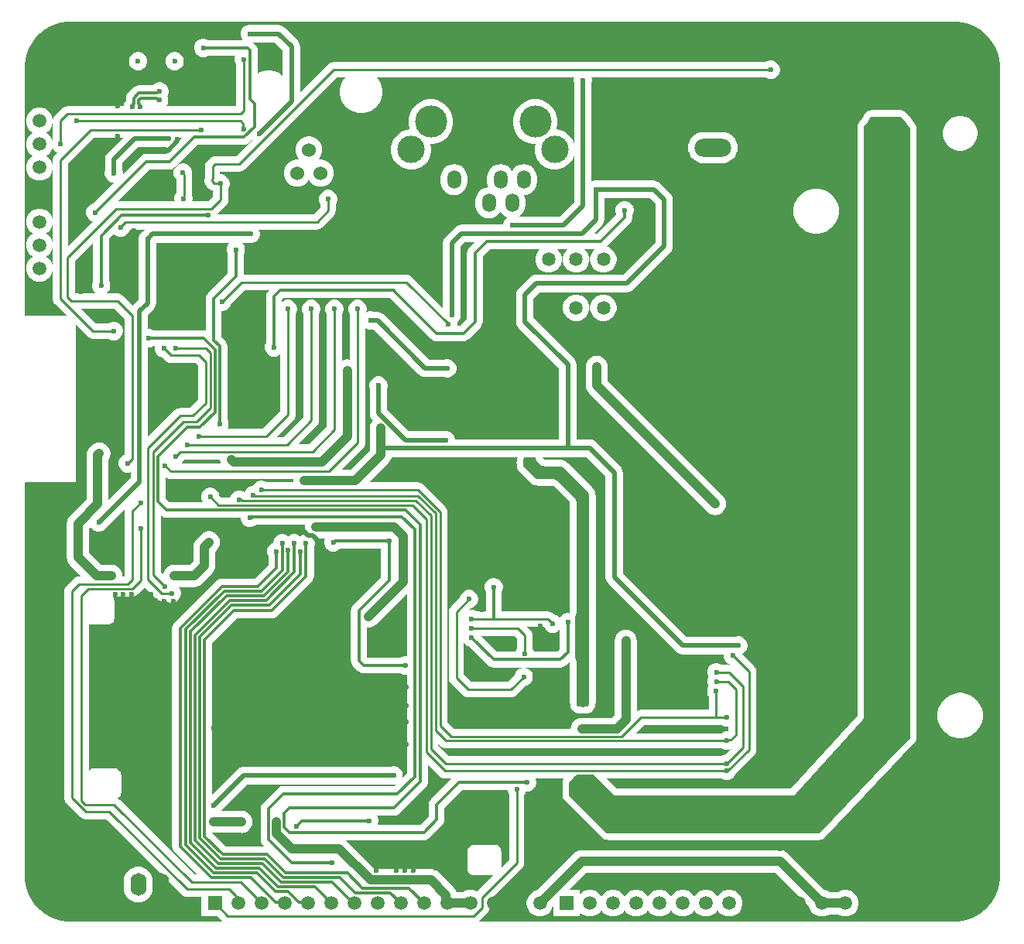
<source format=gbl>
G04*
G04 #@! TF.GenerationSoftware,Altium Limited,Altium Designer,21.6.4 (81)*
G04*
G04 Layer_Physical_Order=2*
G04 Layer_Color=16711680*
%FSLAX25Y25*%
%MOIN*%
G70*
G04*
G04 #@! TF.SameCoordinates,66C397C5-0B84-4E1A-9DB0-3B2DC1B0179D*
G04*
G04*
G04 #@! TF.FilePolarity,Positive*
G04*
G01*
G75*
%ADD11C,0.01000*%
%ADD12C,0.01181*%
%ADD13C,0.01968*%
%ADD140C,0.03937*%
%ADD142C,0.02362*%
%ADD143O,0.04331X0.09449*%
%ADD144C,0.13780*%
%ADD145C,0.27000*%
%ADD146O,0.06890X0.09843*%
%ADD147C,0.05858*%
%ADD148R,0.05906X0.05906*%
%ADD149C,0.05906*%
%ADD150O,0.15748X0.07874*%
%ADD151O,0.07874X0.15748*%
%ADD152C,0.11811*%
%ADD153O,0.05906X0.07874*%
%ADD154C,0.06000*%
%ADD155R,0.05906X0.05906*%
G36*
X111228Y375437D02*
Y364217D01*
X110835Y364610D01*
X109336Y365612D01*
X107670Y366302D01*
X105902Y366653D01*
X104098D01*
X102330Y366302D01*
X100664Y365612D01*
X100600Y365569D01*
Y375275D01*
X100600Y375276D01*
X100485Y376149D01*
X100147Y376963D01*
X99611Y377662D01*
X99611Y377662D01*
X98546Y378728D01*
X107937D01*
X111228Y375437D01*
D02*
G37*
G36*
X404242Y387262D02*
X406735Y386594D01*
X409119Y385606D01*
X411354Y384316D01*
X413401Y382745D01*
X415226Y380921D01*
X416796Y378873D01*
X418086Y376639D01*
X419074Y374254D01*
X419742Y371762D01*
X420079Y369204D01*
Y367913D01*
X420079Y19783D01*
X420079Y18493D01*
X419742Y15935D01*
X419074Y13442D01*
X418087Y11058D01*
X416796Y8824D01*
X415226Y6776D01*
X413401Y4952D01*
X411354Y3381D01*
X409119Y2091D01*
X406735Y1103D01*
X404242Y435D01*
X401684Y98D01*
X195719D01*
X195822Y178D01*
X199322Y3678D01*
X199322Y3678D01*
X199844Y4358D01*
X199965Y4651D01*
X200172Y5150D01*
X200284Y6000D01*
X200284Y6000D01*
Y9140D01*
X214322Y23178D01*
X214322Y23178D01*
X214844Y23858D01*
X215036Y24322D01*
X215172Y24650D01*
X215284Y25500D01*
Y54814D01*
X215669Y55480D01*
X215835Y56102D01*
X215982Y56063D01*
X217018D01*
X218020Y56331D01*
X218917Y56850D01*
X219650Y57583D01*
X220169Y58480D01*
X220437Y59482D01*
Y60518D01*
X220169Y61520D01*
X220092Y61653D01*
X232295D01*
X232257Y61588D01*
X232146Y61443D01*
X232127Y61410D01*
X232057Y61241D01*
X231966Y61083D01*
X231955Y61057D01*
X231908Y60882D01*
X231849Y60739D01*
X231829Y60586D01*
X231817Y60541D01*
X231815Y60537D01*
X231814Y60533D01*
X231767Y60357D01*
X231767Y60356D01*
X231767Y60356D01*
Y60356D01*
X231744Y60181D01*
Y59998D01*
X231720Y59818D01*
Y54682D01*
X231744Y54501D01*
Y54319D01*
X231767Y54147D01*
X231814Y53971D01*
X231815Y53963D01*
X231818Y53955D01*
X231955Y53446D01*
X232219Y52989D01*
X232222Y52981D01*
X232226Y52975D01*
X232317Y52817D01*
X232423Y52679D01*
X232552Y52550D01*
X232663Y52406D01*
X248906Y36163D01*
X249050Y36052D01*
X249179Y35923D01*
X249317Y35818D01*
D01*
D01*
X249317Y35817D01*
X249475Y35726D01*
X249481Y35721D01*
X249489Y35719D01*
X249592Y35659D01*
X249946Y35455D01*
X249946Y35455D01*
X249946Y35455D01*
X250213Y35383D01*
X250455Y35318D01*
X250463Y35315D01*
X250471Y35314D01*
X250647Y35267D01*
X250819Y35244D01*
X251002D01*
X251182Y35220D01*
X342348D01*
X342491Y35239D01*
X342492Y35239D01*
X342511Y35241D01*
X342534Y35239D01*
X342566Y35240D01*
X342634Y35251D01*
X342784Y35255D01*
X342896Y35272D01*
X343015Y35308D01*
X343211Y35334D01*
X343246Y35348D01*
X343283Y35354D01*
X343507Y35454D01*
X343514Y35456D01*
X343578Y35473D01*
X343585Y35477D01*
X343592Y35479D01*
X343646Y35512D01*
X343655Y35517D01*
X343882Y35611D01*
X343911Y35634D01*
X343945Y35649D01*
X344099Y35774D01*
X344207Y35836D01*
X344297Y35905D01*
X344403Y36011D01*
X344458Y36053D01*
X344480Y36076D01*
X344494Y36094D01*
X344509Y36106D01*
X344510Y36107D01*
X344621Y36197D01*
X373600Y66759D01*
X373600Y66759D01*
X383267Y76955D01*
X383352Y77072D01*
X383352Y77072D01*
X383374Y77095D01*
X383396Y77126D01*
X383500Y77235D01*
X383584Y77351D01*
X383643Y77461D01*
X383764Y77618D01*
X383778Y77652D01*
X383800Y77682D01*
X383888Y77911D01*
X383893Y77920D01*
X383925Y77976D01*
X383927Y77983D01*
X383930Y77989D01*
X383945Y78053D01*
X383948Y78061D01*
X384042Y78288D01*
X384046Y78325D01*
X384060Y78360D01*
X384080Y78557D01*
X384113Y78677D01*
X384131Y78819D01*
Y78970D01*
X384136Y79008D01*
Y79039D01*
Y79039D01*
X384155Y79182D01*
Y341939D01*
X384148Y341990D01*
X384149Y341998D01*
X384138Y342086D01*
X384142Y342211D01*
X384136Y342270D01*
X384084Y342492D01*
X384055Y342717D01*
X384002Y342844D01*
X383971Y342977D01*
X383864Y343178D01*
X383777Y343388D01*
X383747Y343439D01*
X383671Y343538D01*
X383629Y343617D01*
X383624Y343622D01*
X383600Y343668D01*
X383247Y344160D01*
X381915Y346020D01*
X381884Y346053D01*
X381805Y346164D01*
X381712Y346264D01*
X381685Y346301D01*
X381654Y346334D01*
X381654Y346334D01*
X381654Y346334D01*
X381626Y346370D01*
X381594Y346403D01*
X381510Y346511D01*
X381414Y346608D01*
X381386Y346644D01*
X379302Y348728D01*
X379161Y348836D01*
X379159Y348839D01*
X379158Y348840D01*
X379145Y348850D01*
X379016Y348977D01*
X378884Y349077D01*
X378739Y349160D01*
X378727Y349169D01*
X378724Y349171D01*
X378594Y349270D01*
X378586Y349273D01*
X378580Y349278D01*
X378413Y349346D01*
X378266Y349431D01*
X378260Y349433D01*
X378254Y349436D01*
X378088Y349480D01*
X377923Y349548D01*
X377915Y349549D01*
X377908Y349552D01*
X377745Y349573D01*
X377743Y349574D01*
X377727Y349576D01*
X377565Y349619D01*
X377401Y349641D01*
X377221D01*
X377204Y349643D01*
X377202D01*
X377198Y349642D01*
X377023Y349664D01*
X367163Y349608D01*
X364581Y349593D01*
X364413Y349570D01*
X364399Y349571D01*
X364386Y349571D01*
X364343Y349565D01*
X364174Y349561D01*
X364037Y349540D01*
X363898Y349499D01*
X363862Y349494D01*
X363859Y349493D01*
X363711Y349473D01*
X363691Y349464D01*
X363669Y349461D01*
X363478Y349377D01*
X363340Y349337D01*
X363232Y349271D01*
X363043Y349191D01*
X363025Y349178D01*
X363005Y349169D01*
X362845Y349040D01*
X362736Y348976D01*
X362634Y348874D01*
X362470Y348746D01*
X362456Y348728D01*
X362439Y348714D01*
X362351Y348594D01*
X362349Y348592D01*
X362327Y348563D01*
X362225Y348460D01*
X362142Y348350D01*
X362058Y348203D01*
X362031Y348168D01*
X362025Y348156D01*
X362020Y348144D01*
X361919Y348007D01*
X361349Y346968D01*
X361349Y346968D01*
X360893Y346135D01*
X359713Y344750D01*
X359713Y344750D01*
X359640Y344664D01*
X359602Y344605D01*
X359602Y344605D01*
X359531Y344522D01*
X359471Y344428D01*
X359423Y344373D01*
X359385Y344314D01*
X359366Y344273D01*
X359241Y344110D01*
X359198Y344007D01*
X359137Y343913D01*
X359060Y343673D01*
X358963Y343440D01*
X358948Y343329D01*
X358914Y343222D01*
X358904Y343017D01*
X358892Y342974D01*
X358883Y342904D01*
Y342831D01*
X358868Y342720D01*
Y342611D01*
D01*
X358859Y342541D01*
Y88752D01*
D01*
X358859Y88752D01*
X330292Y57280D01*
X330292Y57280D01*
X255151D01*
X250778Y61653D01*
X300314D01*
X300980Y61268D01*
X301982Y61000D01*
X303018D01*
X304020Y61268D01*
X304917Y61787D01*
X305650Y62520D01*
X306169Y63417D01*
X306243Y63694D01*
X314322Y71773D01*
X314322Y71773D01*
X314844Y72454D01*
X315036Y72918D01*
X315172Y73246D01*
X315284Y74096D01*
Y107689D01*
X315172Y108539D01*
X315036Y108867D01*
X314844Y109331D01*
X314322Y110011D01*
X314322Y110011D01*
X309006Y115328D01*
X309020Y115331D01*
X309917Y115850D01*
X310650Y116583D01*
X311169Y117480D01*
X311437Y118482D01*
Y119518D01*
X311169Y120520D01*
X310650Y121417D01*
X309917Y122150D01*
X309020Y122669D01*
X308018Y122937D01*
X306982D01*
X306367Y122772D01*
X285063D01*
X257772Y150063D01*
Y193500D01*
X257644Y194476D01*
X257267Y195386D01*
X256667Y196168D01*
X246167Y206667D01*
X245386Y207267D01*
X244476Y207644D01*
X243500Y207772D01*
X237772D01*
Y240000D01*
X237644Y240976D01*
X237267Y241886D01*
X236667Y242668D01*
X219272Y260063D01*
Y268437D01*
X222063Y271228D01*
X259500D01*
X260476Y271356D01*
X261386Y271733D01*
X262168Y272333D01*
X278168Y288333D01*
X278767Y289114D01*
X278988Y289647D01*
X279144Y290024D01*
X279272Y291000D01*
Y311000D01*
X279144Y311976D01*
X278767Y312886D01*
X278168Y313667D01*
X273668Y318167D01*
X272886Y318767D01*
X271976Y319144D01*
X271000Y319272D01*
X247132D01*
X246518Y319437D01*
X245482D01*
X244480Y319169D01*
X244272Y319049D01*
Y361368D01*
X244437Y361982D01*
Y363018D01*
X244250Y363716D01*
X319314D01*
X319980Y363331D01*
X320982Y363063D01*
X322018D01*
X323020Y363331D01*
X323917Y363850D01*
X324650Y364583D01*
X325169Y365480D01*
X325437Y366482D01*
Y367518D01*
X325169Y368520D01*
X324650Y369417D01*
X323917Y370150D01*
X323020Y370669D01*
X322018Y370937D01*
X320982D01*
X319980Y370669D01*
X319314Y370284D01*
X133000D01*
X133000Y370284D01*
X132150Y370172D01*
X131651Y369965D01*
X131358Y369844D01*
X130678Y369322D01*
X118772Y357417D01*
Y377000D01*
X118644Y377976D01*
X118267Y378886D01*
X117667Y379667D01*
X112168Y385168D01*
X111386Y385767D01*
X110476Y386144D01*
X109500Y386272D01*
X98132D01*
X97518Y386437D01*
X96482D01*
X95480Y386169D01*
X94583Y385650D01*
X93850Y384917D01*
X93331Y384020D01*
X93063Y383018D01*
Y381982D01*
X93331Y380980D01*
X93850Y380083D01*
X94057Y379875D01*
X79028D01*
X78520Y380169D01*
X77518Y380437D01*
X76482D01*
X75480Y380169D01*
X74583Y379650D01*
X73850Y378917D01*
X73331Y378020D01*
X73063Y377018D01*
Y375982D01*
X73331Y374980D01*
X73850Y374083D01*
X74583Y373350D01*
X75480Y372831D01*
X76482Y372563D01*
X77518D01*
X78520Y372831D01*
X79028Y373125D01*
X90892D01*
X90831Y373020D01*
X90563Y372018D01*
Y370982D01*
X90831Y369980D01*
X91216Y369314D01*
Y351284D01*
X60852D01*
X61150Y351583D01*
X61669Y352480D01*
X61937Y353482D01*
Y354518D01*
X61669Y355520D01*
X61578Y355676D01*
X61870Y356182D01*
X62138Y357183D01*
Y358219D01*
X61870Y359221D01*
X61352Y360119D01*
X60619Y360852D01*
X59721Y361370D01*
X58719Y361638D01*
X57683D01*
X56682Y361370D01*
X55784Y360852D01*
X55266Y360333D01*
X49225D01*
X49225Y360333D01*
X48352Y360219D01*
X47538Y359881D01*
X46839Y359345D01*
X46839Y359345D01*
X44737Y357243D01*
X44200Y356544D01*
X43863Y355730D01*
X43748Y354856D01*
X43748Y354856D01*
Y353677D01*
X43489Y353417D01*
X42970Y352520D01*
X42702Y351518D01*
Y351284D01*
X18500D01*
X18500Y351284D01*
X17650Y351172D01*
X17322Y351036D01*
X16858Y350844D01*
X16178Y350322D01*
X13178Y347322D01*
X12656Y346642D01*
X12464Y346178D01*
X12328Y345850D01*
X12216Y345000D01*
X12216Y345000D01*
Y337186D01*
X11948Y336723D01*
X11820Y337204D01*
X11068Y338505D01*
X10005Y339568D01*
X9257Y340000D01*
X10005Y340432D01*
X11068Y341495D01*
X11820Y342796D01*
X12209Y344248D01*
Y345752D01*
X11820Y347203D01*
X11068Y348505D01*
X10005Y349568D01*
X8704Y350320D01*
X7252Y350709D01*
X5748D01*
X4296Y350320D01*
X2995Y349568D01*
X1932Y348505D01*
X1180Y347203D01*
X791Y345752D01*
Y344248D01*
X1180Y342796D01*
X1932Y341495D01*
X2995Y340432D01*
X3743Y340000D01*
X2995Y339568D01*
X1932Y338505D01*
X1180Y337204D01*
X791Y335752D01*
Y334248D01*
X1180Y332797D01*
X1932Y331495D01*
X2995Y330432D01*
X3743Y330000D01*
X2995Y329568D01*
X1932Y328505D01*
X1180Y327203D01*
X791Y325752D01*
Y324248D01*
X1180Y322797D01*
X1932Y321495D01*
X2995Y320432D01*
X4296Y319680D01*
X5748Y319291D01*
X7252D01*
X8704Y319680D01*
X10005Y320432D01*
X11068Y321495D01*
X11820Y322797D01*
X12209Y324248D01*
Y325752D01*
X11820Y327203D01*
X11068Y328505D01*
X10005Y329568D01*
X9257Y330000D01*
X10005Y330432D01*
X11068Y331495D01*
X11820Y332797D01*
X11948Y333277D01*
X12350Y332583D01*
X13083Y331850D01*
X13980Y331331D01*
X14143Y331288D01*
X13178Y330322D01*
X12656Y329642D01*
X12424Y329082D01*
X12328Y328850D01*
X12216Y328000D01*
X12216Y328000D01*
Y268500D01*
X12216Y268500D01*
X12328Y267650D01*
X12464Y267322D01*
X12656Y266858D01*
X13178Y266178D01*
X18356Y261000D01*
X0D01*
Y367820D01*
X94Y367913D01*
Y369204D01*
X430Y371762D01*
X1098Y374254D01*
X2086Y376639D01*
X3376Y378873D01*
X4947Y380921D01*
X6772Y382745D01*
X8819Y384316D01*
X11054Y385606D01*
X13438Y386594D01*
X15930Y387262D01*
X18488Y387598D01*
X401684D01*
X404242Y387262D01*
D02*
G37*
G36*
X236563Y363018D02*
Y361982D01*
X236728Y361368D01*
Y335239D01*
X236101Y336752D01*
X235153Y338171D01*
X233946Y339377D01*
X232528Y340325D01*
X230952Y340978D01*
X229278Y341311D01*
X229054D01*
X229275Y341844D01*
X229646Y343707D01*
Y345607D01*
X229275Y347471D01*
X228548Y349226D01*
X227492Y350806D01*
X226149Y352150D01*
X224569Y353205D01*
X222814Y353932D01*
X220950Y354303D01*
X219050D01*
X217186Y353932D01*
X215431Y353205D01*
X213851Y352150D01*
X212508Y350806D01*
X211452Y349226D01*
X210725Y347471D01*
X210354Y345607D01*
Y343707D01*
X210725Y341844D01*
X211452Y340089D01*
X212508Y338509D01*
X213851Y337165D01*
X215431Y336110D01*
X217186Y335383D01*
X219050Y335012D01*
X220064D01*
X219764Y333503D01*
Y331797D01*
X220097Y330123D01*
X220749Y328547D01*
X221697Y327128D01*
X222904Y325922D01*
X224323Y324974D01*
X225899Y324321D01*
X227572Y323988D01*
X229278D01*
X230952Y324321D01*
X232528Y324974D01*
X233946Y325922D01*
X235153Y327128D01*
X236101Y328547D01*
X236728Y330060D01*
Y309950D01*
X230550Y303772D01*
X212991D01*
X214071Y304602D01*
X214986Y305794D01*
X215562Y307183D01*
X215758Y308673D01*
Y310642D01*
X215562Y312132D01*
X215225Y312945D01*
X216490Y313111D01*
X217879Y313687D01*
X219072Y314602D01*
X219987Y315794D01*
X220562Y317183D01*
X220758Y318673D01*
Y320642D01*
X220562Y322132D01*
X219987Y323521D01*
X219072Y324713D01*
X217879Y325628D01*
X216490Y326203D01*
X215000Y326400D01*
X213510Y326203D01*
X212121Y325628D01*
X210929Y324713D01*
X210014Y323521D01*
X210000Y323488D01*
X209986Y323521D01*
X209071Y324713D01*
X207879Y325628D01*
X206490Y326203D01*
X205000Y326400D01*
X203510Y326203D01*
X202121Y325628D01*
X200928Y324713D01*
X200013Y323521D01*
X199438Y322132D01*
X199242Y320642D01*
Y318673D01*
X199438Y317183D01*
X199775Y316370D01*
X198510Y316203D01*
X197121Y315628D01*
X195929Y314713D01*
X195013Y313521D01*
X194438Y312132D01*
X194242Y310642D01*
Y308673D01*
X194438Y307183D01*
X195013Y305794D01*
X195929Y304602D01*
X197121Y303687D01*
X198510Y303112D01*
X200000Y302915D01*
X201490Y303112D01*
X202879Y303687D01*
X204071Y304602D01*
X204987Y305794D01*
X205000Y305827D01*
X205013Y305794D01*
X205928Y304602D01*
X207121Y303687D01*
X207931Y303351D01*
X207583Y303150D01*
X206850Y302417D01*
X206331Y301520D01*
X206063Y300518D01*
Y300272D01*
X188000D01*
X187024Y300144D01*
X186114Y299767D01*
X185333Y299167D01*
X181333Y295167D01*
X180733Y294386D01*
X180356Y293476D01*
X180228Y292500D01*
Y264417D01*
X166822Y277822D01*
X166142Y278344D01*
X165678Y278536D01*
X165350Y278672D01*
X164500Y278784D01*
X164500Y278784D01*
X94375D01*
Y287472D01*
X94669Y287980D01*
X94937Y288982D01*
Y290018D01*
X94669Y291020D01*
X94150Y291917D01*
X93584Y292484D01*
X96277D01*
X96891Y292319D01*
X97928D01*
X98929Y292587D01*
X99827Y293106D01*
X100560Y293839D01*
X101078Y294737D01*
X101347Y295738D01*
Y296775D01*
X101078Y297776D01*
X100824Y298216D01*
X126000D01*
X126000Y298216D01*
X126850Y298328D01*
X127178Y298464D01*
X127642Y298656D01*
X128322Y299178D01*
X133140Y303996D01*
X133141Y303996D01*
X133662Y304676D01*
X133854Y305140D01*
X133990Y305468D01*
X134102Y306318D01*
Y309189D01*
X134487Y309855D01*
X134755Y310856D01*
Y311893D01*
X134487Y312894D01*
X133969Y313792D01*
X133236Y314525D01*
X132338Y315043D01*
X131337Y315312D01*
X130300D01*
X129299Y315043D01*
X128401Y314525D01*
X127668Y313792D01*
X127150Y312894D01*
X126881Y311893D01*
Y310856D01*
X127150Y309855D01*
X127534Y309189D01*
Y307679D01*
X124640Y304784D01*
X82933D01*
X82932Y304788D01*
X86822Y308678D01*
X86822Y308678D01*
X87344Y309358D01*
X87536Y309822D01*
X87672Y310150D01*
X87784Y311000D01*
Y315814D01*
X88169Y316480D01*
X88437Y317482D01*
Y318518D01*
X88169Y319520D01*
X87650Y320417D01*
X86917Y321150D01*
X86020Y321669D01*
X85018Y321937D01*
X84284D01*
Y323216D01*
X92500D01*
X92500Y323216D01*
X93350Y323328D01*
X93678Y323464D01*
X94142Y323656D01*
X94822Y324178D01*
X134360Y363716D01*
X138271D01*
X137890Y363335D01*
X136888Y361836D01*
X136198Y360170D01*
X135846Y358401D01*
Y356598D01*
X136198Y354830D01*
X136888Y353164D01*
X137890Y351665D01*
X139165Y350390D01*
X140664Y349388D01*
X142330Y348698D01*
X144098Y348346D01*
X145902D01*
X147670Y348698D01*
X149336Y349388D01*
X150835Y350390D01*
X152110Y351665D01*
X153112Y353164D01*
X153802Y354830D01*
X154154Y356598D01*
Y358401D01*
X153802Y360170D01*
X153112Y361836D01*
X152110Y363335D01*
X151729Y363716D01*
X236750D01*
X236563Y363018D01*
D02*
G37*
G36*
X98144Y336788D02*
X91140Y329784D01*
X82000D01*
X81150Y329672D01*
X80822Y329536D01*
X80358Y329344D01*
X79678Y328822D01*
X79678Y328822D01*
X78678Y327822D01*
X78156Y327142D01*
X77964Y326678D01*
X77828Y326350D01*
X77716Y325500D01*
X77716Y325500D01*
Y320566D01*
X77630Y319914D01*
X77630Y319914D01*
Y319086D01*
X77630Y319086D01*
X77742Y318236D01*
X77906Y317840D01*
X78070Y317444D01*
X78592Y316764D01*
X79497Y315859D01*
X79497Y315859D01*
X80177Y315337D01*
X80641Y315145D01*
X80969Y315009D01*
X81216Y314977D01*
Y312360D01*
X79140Y310284D01*
X72251D01*
X72435Y310972D01*
Y312009D01*
X72167Y313010D01*
X72032Y313244D01*
Y321654D01*
X72187Y322232D01*
Y323268D01*
X71919Y324270D01*
X71400Y325167D01*
X70667Y325900D01*
X69770Y326419D01*
X68768Y326687D01*
X67732D01*
X66730Y326419D01*
X65833Y325900D01*
X65100Y325167D01*
X64581Y324270D01*
X64313Y323268D01*
Y322232D01*
X64581Y321230D01*
X65100Y320333D01*
X65464Y319968D01*
Y314024D01*
X65348Y313908D01*
X64829Y313010D01*
X64561Y312009D01*
Y310972D01*
X64745Y310284D01*
X40058D01*
X53898Y324125D01*
X62500D01*
X62500Y324125D01*
X63374Y324240D01*
X64188Y324577D01*
X64887Y325113D01*
X74398Y334625D01*
X94500D01*
X94500Y334625D01*
X95374Y334740D01*
X96188Y335077D01*
X96887Y335613D01*
X98103Y336829D01*
X98144Y336788D01*
D02*
G37*
G36*
X61102Y330875D02*
X52500D01*
X52500Y330875D01*
X51626Y330760D01*
X50812Y330423D01*
X50113Y329887D01*
X50113Y329887D01*
X42437Y322211D01*
Y323018D01*
X42272Y323633D01*
Y326937D01*
X49063Y333728D01*
X60868D01*
X61482Y333563D01*
X62518D01*
X63520Y333831D01*
X64417Y334350D01*
X65150Y335083D01*
X65669Y335980D01*
X65937Y336982D01*
Y337716D01*
X67943D01*
X61102Y330875D01*
D02*
G37*
G36*
X51133Y297468D02*
X50583Y297150D01*
X49850Y296417D01*
X49331Y295520D01*
X49063Y294518D01*
Y293482D01*
X49228Y292867D01*
Y268063D01*
X46832Y265668D01*
X46678Y265466D01*
X42322Y269822D01*
X41642Y270344D01*
X41178Y270536D01*
X40850Y270672D01*
X40000Y270784D01*
X40000Y270784D01*
X35304D01*
X35417Y270850D01*
X36150Y271583D01*
X36669Y272480D01*
X36937Y273482D01*
Y274518D01*
X36669Y275520D01*
X36375Y276028D01*
Y294102D01*
X38603Y296329D01*
X39083Y295850D01*
X39980Y295331D01*
X40982Y295063D01*
X42018D01*
X43020Y295331D01*
X43917Y295850D01*
X44650Y296583D01*
X45169Y297480D01*
X45366Y298216D01*
X51881D01*
X51133Y297468D01*
D02*
G37*
G36*
X35833Y331168D02*
X35233Y330386D01*
X34856Y329476D01*
X34728Y328500D01*
Y323633D01*
X34563Y323018D01*
Y321982D01*
X34831Y320980D01*
X35350Y320083D01*
X36083Y319350D01*
X36980Y318831D01*
X37982Y318563D01*
X38789D01*
X29547Y309321D01*
X28980Y309169D01*
X28083Y308650D01*
X27350Y307917D01*
X26831Y307020D01*
X26563Y306018D01*
Y304982D01*
X26831Y303980D01*
X27350Y303083D01*
X28083Y302350D01*
X28980Y301831D01*
X29538Y301682D01*
X18784Y290928D01*
Y326640D01*
X29860Y337716D01*
X42381D01*
X35833Y331168D01*
D02*
G37*
G36*
X271728Y309437D02*
Y292563D01*
X257937Y278772D01*
X220500D01*
X219524Y278644D01*
X218614Y278267D01*
X217832Y277667D01*
X212832Y272668D01*
X212233Y271886D01*
X211856Y270976D01*
X211728Y270000D01*
Y258500D01*
X211856Y257524D01*
X212233Y256614D01*
X212832Y255833D01*
X230228Y238437D01*
Y207772D01*
X185437D01*
Y208018D01*
X185169Y209020D01*
X184650Y209917D01*
X183917Y210650D01*
X183020Y211169D01*
X182018Y211437D01*
X180982D01*
X180368Y211272D01*
X165563D01*
X156272Y220563D01*
Y229868D01*
X156437Y230482D01*
Y231518D01*
X156169Y232520D01*
X155650Y233417D01*
X154917Y234150D01*
X154020Y234669D01*
X153018Y234937D01*
X151982D01*
X150980Y234669D01*
X150083Y234150D01*
X149350Y233417D01*
X148831Y232520D01*
X148563Y231518D01*
Y230482D01*
X148728Y229868D01*
Y219000D01*
X148856Y218024D01*
X149233Y217114D01*
X149832Y216333D01*
X150111Y216054D01*
X149373Y215093D01*
X148897Y213944D01*
X148735Y212711D01*
Y204500D01*
Y202974D01*
X140526Y194765D01*
X136409D01*
X145822Y204178D01*
X146344Y204858D01*
X146465Y205151D01*
X146672Y205650D01*
X146784Y206500D01*
X146784Y206500D01*
Y255733D01*
X147480Y255331D01*
X148482Y255063D01*
X149518D01*
X149851Y255152D01*
X150513D01*
X169927Y235738D01*
X170708Y235139D01*
X171618Y234762D01*
X172594Y234633D01*
X180962D01*
X181576Y234469D01*
X182613D01*
X183614Y234737D01*
X184512Y235255D01*
X185245Y235988D01*
X185763Y236886D01*
X186031Y237887D01*
Y238924D01*
X185763Y239925D01*
X185245Y240823D01*
X184512Y241556D01*
X183614Y242074D01*
X182613Y242342D01*
X181576D01*
X180962Y242178D01*
X174157D01*
X154743Y261592D01*
X153962Y262192D01*
X153052Y262569D01*
X152075Y262697D01*
X150414D01*
X149518Y262937D01*
X148482D01*
X147480Y262669D01*
X147171Y262490D01*
X147437Y263482D01*
Y264518D01*
X147169Y265520D01*
X146650Y266417D01*
X145917Y267150D01*
X145020Y267669D01*
X144018Y267937D01*
X142982D01*
X141980Y267669D01*
X141083Y267150D01*
X140350Y266417D01*
X139831Y265520D01*
X139563Y264518D01*
Y263482D01*
X139831Y262480D01*
X140216Y261814D01*
Y242105D01*
X139000Y242265D01*
X137767Y242103D01*
X136870Y241731D01*
Y261963D01*
X137169Y262480D01*
X137437Y263482D01*
Y264518D01*
X137169Y265520D01*
X136650Y266417D01*
X135917Y267150D01*
X135020Y267669D01*
X134018Y267937D01*
X132982D01*
X131980Y267669D01*
X131083Y267150D01*
X130350Y266417D01*
X129831Y265520D01*
X129563Y264518D01*
Y263482D01*
X129831Y262480D01*
X130302Y261666D01*
Y213446D01*
X122640Y205784D01*
X117928D01*
X125822Y213678D01*
X125822Y213678D01*
X126344Y214358D01*
X126536Y214822D01*
X126672Y215150D01*
X126784Y216000D01*
Y261814D01*
X127169Y262480D01*
X127437Y263482D01*
Y264518D01*
X127169Y265520D01*
X126650Y266417D01*
X125917Y267150D01*
X125020Y267669D01*
X124018Y267937D01*
X122982D01*
X121980Y267669D01*
X121083Y267150D01*
X120350Y266417D01*
X119831Y265520D01*
X119563Y264518D01*
Y263482D01*
X119831Y262480D01*
X120216Y261814D01*
Y217360D01*
X111640Y208784D01*
X108428D01*
X115822Y216178D01*
X115822Y216178D01*
X116344Y216858D01*
X116465Y217151D01*
X116672Y217650D01*
X116784Y218500D01*
X116784Y218500D01*
Y261814D01*
X117169Y262480D01*
X117437Y263482D01*
Y264518D01*
X117169Y265520D01*
X116650Y266417D01*
X115917Y267150D01*
X115020Y267669D01*
X114018Y267937D01*
X112982D01*
X111980Y267669D01*
X111083Y267150D01*
X110875Y266943D01*
Y268102D01*
X111398Y268625D01*
X157602D01*
X175113Y251113D01*
X175113Y251113D01*
X175812Y250577D01*
X176626Y250240D01*
X177500Y250125D01*
X177500Y250125D01*
X189000D01*
X189000Y250125D01*
X189874Y250240D01*
X190688Y250577D01*
X191387Y251113D01*
X196387Y256113D01*
X196387Y256113D01*
X196923Y256812D01*
X197260Y257626D01*
X197375Y258500D01*
X197375Y258500D01*
Y286602D01*
X200398Y289625D01*
X221949D01*
X221177Y288853D01*
X220428Y287557D01*
X220041Y286111D01*
Y284614D01*
X220428Y283168D01*
X221177Y281872D01*
X222235Y280813D01*
X223532Y280065D01*
X224977Y279677D01*
X226474D01*
X227920Y280065D01*
X229217Y280813D01*
X230275Y281872D01*
X231024Y283168D01*
X231411Y284614D01*
Y286111D01*
X231024Y287557D01*
X230275Y288853D01*
X229503Y289625D01*
X233791D01*
X232996Y288829D01*
X232247Y287533D01*
X231860Y286087D01*
Y284590D01*
X232247Y283144D01*
X232996Y281848D01*
X234054Y280789D01*
X235350Y280041D01*
X236796Y279654D01*
X238293D01*
X239739Y280041D01*
X241036Y280789D01*
X242094Y281848D01*
X242843Y283144D01*
X243230Y284590D01*
Y286087D01*
X242843Y287533D01*
X242094Y288829D01*
X241299Y289625D01*
X245582D01*
X244791Y288833D01*
X244042Y287537D01*
X243655Y286091D01*
Y284594D01*
X244042Y283148D01*
X244791Y281852D01*
X245849Y280793D01*
X247146Y280045D01*
X248592Y279658D01*
X250089D01*
X251535Y280045D01*
X252831Y280793D01*
X253889Y281852D01*
X254638Y283148D01*
X255025Y284594D01*
Y286091D01*
X254638Y287537D01*
X253889Y288833D01*
X252831Y289892D01*
X251535Y290640D01*
X250651Y290877D01*
X260887Y301113D01*
X260887Y301113D01*
X261423Y301812D01*
X261760Y302626D01*
X261875Y303500D01*
Y304472D01*
X262169Y304980D01*
X262437Y305982D01*
Y307018D01*
X262169Y308020D01*
X261650Y308917D01*
X260917Y309650D01*
X260020Y310169D01*
X259018Y310437D01*
X257982D01*
X256980Y310169D01*
X256083Y309650D01*
X255350Y308917D01*
X254831Y308020D01*
X254563Y307018D01*
Y305982D01*
X254831Y304980D01*
X254969Y304742D01*
X246602Y296375D01*
X245210D01*
X248668Y299833D01*
X249267Y300614D01*
X249644Y301524D01*
X249772Y302500D01*
Y311728D01*
X269437D01*
X271728Y309437D01*
D02*
G37*
G36*
X29625Y276028D02*
X29331Y275520D01*
X29063Y274518D01*
Y273482D01*
X29331Y272480D01*
X29850Y271583D01*
X30583Y270850D01*
X30696Y270784D01*
X21784D01*
Y284640D01*
X29625Y292480D01*
Y276028D01*
D02*
G37*
G36*
X191613Y290387D02*
X191077Y289688D01*
X190740Y288874D01*
X190625Y288000D01*
X190625Y288000D01*
Y259898D01*
X187602Y256875D01*
X186408D01*
X186437Y256982D01*
Y258018D01*
X186349Y258346D01*
X186417Y258385D01*
X187150Y259118D01*
X187669Y260016D01*
X187937Y261017D01*
Y262054D01*
X187772Y262668D01*
Y290937D01*
X189563Y292728D01*
X193954D01*
X191613Y290387D01*
D02*
G37*
G36*
X87850Y291917D02*
X87331Y291020D01*
X87063Y290018D01*
Y288982D01*
X87331Y287980D01*
X87625Y287472D01*
Y279398D01*
X79113Y270887D01*
X78577Y270188D01*
X78240Y269374D01*
X78125Y268500D01*
X78125Y268500D01*
Y254656D01*
X77874Y254760D01*
X77000Y254875D01*
X77000Y254875D01*
X55528D01*
X55020Y255169D01*
X54018Y255437D01*
X53272D01*
Y261437D01*
X55668Y263832D01*
X56267Y264614D01*
X56644Y265524D01*
X56772Y266500D01*
Y292437D01*
X56819Y292484D01*
X88416D01*
X87850Y291917D01*
D02*
G37*
G36*
X43216Y259640D02*
Y201232D01*
X42980Y201169D01*
X42083Y200650D01*
X41350Y199917D01*
X40831Y199020D01*
X40563Y198018D01*
Y196982D01*
X40831Y195980D01*
X41350Y195083D01*
X42083Y194350D01*
X42980Y193831D01*
X43982Y193563D01*
X45018D01*
X45728Y193753D01*
Y191063D01*
X36265Y181600D01*
Y199220D01*
X36383Y199373D01*
X36859Y200523D01*
X37021Y201756D01*
X36859Y202989D01*
X36383Y204138D01*
X35625Y205125D01*
X34639Y205883D01*
X33489Y206359D01*
X32256Y206521D01*
X31023Y206359D01*
X29873Y205883D01*
X28886Y205125D01*
X28130Y204369D01*
X27373Y203383D01*
X26897Y202233D01*
X26735Y201000D01*
Y181974D01*
X19631Y174870D01*
X18873Y173883D01*
X18397Y172733D01*
X18235Y171500D01*
Y157000D01*
X18397Y155767D01*
X18873Y154617D01*
X19631Y153630D01*
X24477Y148784D01*
X23500D01*
X23500Y148784D01*
X22650Y148672D01*
X22322Y148536D01*
X21858Y148344D01*
X21178Y147822D01*
X18178Y144822D01*
X17656Y144142D01*
X17464Y143678D01*
X17328Y143350D01*
X17216Y142500D01*
X17216Y142500D01*
Y53500D01*
X17216Y53500D01*
X17328Y52650D01*
X17464Y52322D01*
X17656Y51858D01*
X18178Y51178D01*
X24178Y45178D01*
X24178Y45178D01*
X24858Y44656D01*
X25322Y44464D01*
X25650Y44328D01*
X26500Y44216D01*
X26500Y44216D01*
X35140D01*
X67678Y11678D01*
X67678Y11678D01*
X68358Y11156D01*
X68822Y10964D01*
X69150Y10828D01*
X70000Y10716D01*
X76291D01*
Y2291D01*
X83064D01*
X85178Y178D01*
X85178Y178D01*
X85281Y98D01*
X18488D01*
X15930Y435D01*
X13438Y1103D01*
X11054Y2091D01*
X8819Y3381D01*
X6772Y4952D01*
X4947Y6776D01*
X3376Y8824D01*
X2086Y11058D01*
X1098Y13442D01*
X430Y15935D01*
X94Y18493D01*
Y19783D01*
Y189094D01*
X500Y189500D01*
X22000D01*
Y257356D01*
X27178Y252178D01*
X27178Y252178D01*
X27858Y251656D01*
X28418Y251424D01*
X28650Y251328D01*
X29500Y251216D01*
X36314D01*
X36980Y250831D01*
X37982Y250563D01*
X39018D01*
X40020Y250831D01*
X40917Y251350D01*
X41650Y252083D01*
X42169Y252980D01*
X42437Y253982D01*
Y255018D01*
X42169Y256020D01*
X41650Y256917D01*
X40917Y257650D01*
X40020Y258169D01*
X39018Y258437D01*
X37982D01*
X36980Y258169D01*
X36314Y257784D01*
X30860D01*
X24428Y264216D01*
X38640D01*
X43216Y259640D01*
D02*
G37*
G36*
X56063Y247518D02*
Y246482D01*
X56331Y245480D01*
X56850Y244583D01*
X57583Y243850D01*
X58480Y243331D01*
X59224Y243132D01*
X60678Y241678D01*
X61358Y241156D01*
X61822Y240964D01*
X62150Y240828D01*
X63000Y240716D01*
X63000Y240716D01*
X73640D01*
X74716Y239640D01*
Y224860D01*
X71140Y221284D01*
X67000D01*
X67000Y221284D01*
X66150Y221172D01*
X65651Y220965D01*
X65358Y220844D01*
X64678Y220322D01*
X53272Y208917D01*
Y247563D01*
X54018D01*
X55020Y247831D01*
X55528Y248125D01*
X56226D01*
X56063Y247518D01*
D02*
G37*
G36*
X105113Y271887D02*
X104577Y271188D01*
X104240Y270374D01*
X104125Y269500D01*
X104125Y269500D01*
Y249528D01*
X103831Y249020D01*
X103563Y248018D01*
Y246982D01*
X103831Y245980D01*
X104350Y245083D01*
X105083Y244350D01*
X105980Y243831D01*
X106982Y243563D01*
X108018D01*
X109020Y243831D01*
X109917Y244350D01*
X110216Y244648D01*
Y219860D01*
X102640Y212284D01*
X87267D01*
X87669Y212980D01*
X87937Y213982D01*
Y215018D01*
X87669Y216020D01*
X87375Y216528D01*
Y248000D01*
X87260Y248874D01*
X86923Y249688D01*
X86690Y249991D01*
X86387Y250387D01*
X86387Y250387D01*
X84875Y251898D01*
Y263063D01*
X85518D01*
X86520Y263331D01*
X87417Y263850D01*
X88150Y264583D01*
X88669Y265480D01*
X88868Y266224D01*
X94860Y272216D01*
X105443D01*
X105113Y271887D01*
D02*
G37*
G36*
X84235Y199000D02*
X84397Y197767D01*
X84597Y197284D01*
X67304D01*
X67417Y197350D01*
X68150Y198083D01*
X68669Y198980D01*
X68732Y199216D01*
X84263D01*
X84235Y199000D01*
D02*
G37*
G36*
X61358Y191156D02*
X61822Y190964D01*
X62150Y190828D01*
X63000Y190716D01*
X115829D01*
X115735Y190000D01*
X115829Y189284D01*
X104186D01*
X103520Y189669D01*
X102518Y189937D01*
X101482D01*
X100480Y189669D01*
X99583Y189150D01*
X98850Y188417D01*
X98465Y187752D01*
X97982D01*
X96980Y187484D01*
X96083Y186965D01*
X95350Y186232D01*
X94831Y185335D01*
X94764Y185085D01*
X94020Y185515D01*
X93018Y185784D01*
X91982D01*
X90980Y185515D01*
X90083Y184997D01*
X89350Y184264D01*
X88831Y183366D01*
X88643Y182662D01*
X84982D01*
X83868Y183776D01*
X83669Y184520D01*
X83150Y185417D01*
X82417Y186150D01*
X81520Y186669D01*
X80518Y186937D01*
X79482D01*
X78480Y186669D01*
X77583Y186150D01*
X76850Y185417D01*
X76331Y184520D01*
X76063Y183518D01*
Y182482D01*
X76331Y181480D01*
X76681Y180875D01*
X62398D01*
X60875Y182398D01*
Y191526D01*
X61358Y191156D01*
D02*
G37*
G36*
X43328Y177850D02*
X43216Y177000D01*
X43216Y177000D01*
Y148860D01*
X43140Y148784D01*
X42237D01*
X42265Y149000D01*
X42103Y150233D01*
X41627Y151383D01*
X40870Y152369D01*
X39883Y153127D01*
X38733Y153603D01*
X37500Y153765D01*
X32974D01*
X27765Y158974D01*
Y169526D01*
X28473Y170234D01*
X28850Y169583D01*
X29583Y168850D01*
X30480Y168331D01*
X31482Y168063D01*
X32518D01*
X33520Y168331D01*
X34417Y168850D01*
X35150Y169583D01*
X35468Y170133D01*
X43429Y178094D01*
X43328Y177850D01*
D02*
G37*
G36*
X59009Y174810D02*
X59312Y174577D01*
X60126Y174240D01*
X61000Y174125D01*
X93063D01*
Y173482D01*
X93331Y172480D01*
X93850Y171583D01*
X94583Y170850D01*
X95480Y170331D01*
X96482Y170063D01*
X97518D01*
X98520Y170331D01*
X99417Y170850D01*
X99692Y171125D01*
X120883D01*
X120735Y170000D01*
X120897Y168767D01*
X121373Y167617D01*
X121916Y166909D01*
X121814Y166937D01*
X120777D01*
X119776Y166669D01*
X118878Y166150D01*
X118736Y166009D01*
X118595Y166150D01*
X117697Y166669D01*
X116695Y166937D01*
X115659D01*
X114657Y166669D01*
X113760Y166150D01*
X113618Y166009D01*
X113476Y166150D01*
X112579Y166669D01*
X111577Y166937D01*
X110541D01*
X109539Y166669D01*
X108642Y166150D01*
X107909Y165417D01*
X107390Y164520D01*
X107122Y163518D01*
Y163207D01*
X106980Y163169D01*
X106083Y162650D01*
X105350Y161917D01*
X104831Y161020D01*
X104563Y160018D01*
Y158982D01*
X104831Y157980D01*
X105125Y157472D01*
Y153898D01*
X99102Y147875D01*
X85000D01*
X84126Y147760D01*
X83312Y147423D01*
X83009Y147190D01*
X82613Y146887D01*
X82613Y146887D01*
X64613Y128887D01*
X64077Y128188D01*
X63740Y127374D01*
X63625Y126500D01*
X63625Y126500D01*
Y32500D01*
X63625Y32500D01*
X63740Y31626D01*
X64077Y30812D01*
X64613Y30113D01*
X74442Y20284D01*
X73360D01*
X40822Y52822D01*
X40200Y53300D01*
X40327Y53353D01*
X40903Y53794D01*
X41344Y54370D01*
X41622Y55040D01*
X41717Y55760D01*
Y63240D01*
X41622Y63960D01*
X41344Y64630D01*
X40903Y65206D01*
X40327Y65647D01*
X39656Y65925D01*
X38937Y66020D01*
X29882D01*
X29162Y65925D01*
X28492Y65647D01*
X27916Y65206D01*
X27784Y65033D01*
Y127980D01*
X35937D01*
X36656Y128075D01*
X37327Y128353D01*
X37903Y128794D01*
X38344Y129370D01*
X38622Y130040D01*
X38717Y130760D01*
Y138240D01*
X38622Y138960D01*
X38344Y139630D01*
X37903Y140206D01*
X37889Y140216D01*
X46500D01*
X46500Y140216D01*
X47350Y140328D01*
X47678Y140464D01*
X48142Y140656D01*
X48822Y141178D01*
X51750Y144106D01*
X56678Y139178D01*
X56678Y139178D01*
X57358Y138656D01*
X57822Y138464D01*
X58150Y138328D01*
X59000Y138216D01*
X59000Y138216D01*
X61314D01*
X61980Y137831D01*
X62982Y137563D01*
X64018D01*
X65020Y137831D01*
X65917Y138350D01*
X66650Y139083D01*
X67169Y139980D01*
X67437Y140982D01*
Y142018D01*
X67169Y143020D01*
X66650Y143917D01*
X66333Y144235D01*
X73000D01*
X74233Y144397D01*
X75383Y144873D01*
X76370Y145631D01*
X80870Y150130D01*
X81627Y151117D01*
X82103Y152267D01*
X82265Y153500D01*
Y159526D01*
X82869Y160131D01*
X83627Y161117D01*
X84103Y162267D01*
X84265Y163500D01*
X84103Y164733D01*
X83627Y165883D01*
X82869Y166869D01*
X81883Y167627D01*
X80733Y168103D01*
X79500Y168265D01*
X78267Y168103D01*
X77117Y167627D01*
X76130Y166869D01*
X74130Y164869D01*
X73373Y163883D01*
X72897Y162733D01*
X72735Y161500D01*
Y155474D01*
X71026Y153765D01*
X64500D01*
X63267Y153603D01*
X62117Y153127D01*
X61130Y152369D01*
X60373Y151383D01*
X59897Y150233D01*
X59841Y149804D01*
X58784Y150860D01*
Y174982D01*
X59009Y174810D01*
D02*
G37*
G36*
X250228Y191937D02*
Y148500D01*
X250356Y147524D01*
X250733Y146614D01*
X251332Y145833D01*
X280833Y116332D01*
X281614Y115733D01*
X282524Y115356D01*
X283500Y115228D01*
X301090D01*
X301080Y115191D01*
Y114154D01*
X301348Y113153D01*
X301866Y112255D01*
X302599Y111522D01*
X303497Y111004D01*
X304240Y110805D01*
X304389Y110656D01*
X304350Y110672D01*
X303500Y110784D01*
X303500Y110784D01*
X300186D01*
X299520Y111169D01*
X298518Y111437D01*
X297482D01*
X296480Y111169D01*
X295583Y110650D01*
X294850Y109917D01*
X294331Y109020D01*
X294063Y108018D01*
Y106982D01*
X294331Y105980D01*
X294609Y105500D01*
X294331Y105020D01*
X294063Y104018D01*
Y102982D01*
X294331Y101980D01*
X294646Y101435D01*
X294288Y100815D01*
X294020Y99813D01*
Y98777D01*
X294288Y97776D01*
X294673Y97109D01*
Y91284D01*
X265500D01*
X265500Y91284D01*
X264650Y91172D01*
X264151Y90965D01*
X263858Y90844D01*
X263765Y90773D01*
Y121000D01*
X263603Y122233D01*
X263127Y123383D01*
X262369Y124370D01*
X261383Y125127D01*
X260233Y125603D01*
X259000Y125765D01*
X257767Y125603D01*
X256617Y125127D01*
X255630Y124370D01*
X254873Y123383D01*
X254397Y122233D01*
X254235Y121000D01*
Y88974D01*
X253026Y87765D01*
X240000D01*
X238767Y87603D01*
X237617Y87127D01*
X236631Y86370D01*
X235873Y85383D01*
X235397Y84233D01*
X235239Y83028D01*
X185116D01*
X182284Y85860D01*
Y176500D01*
X182284Y176500D01*
X182172Y177350D01*
X181965Y177849D01*
X181844Y178142D01*
X181322Y178822D01*
X181322Y178822D01*
X171822Y188322D01*
X171142Y188844D01*
X170678Y189036D01*
X170350Y189172D01*
X169500Y189284D01*
X169500Y189284D01*
X148523D01*
X156869Y197631D01*
X157627Y198617D01*
X158103Y199767D01*
X158163Y200228D01*
X212332D01*
X212331Y200224D01*
X212204Y199758D01*
Y199758D01*
X212203Y199758D01*
X212188Y199700D01*
X212182Y199688D01*
X212181Y199682D01*
X212174Y199633D01*
X212131Y199529D01*
X212125Y199483D01*
X212104Y199422D01*
X212092Y199366D01*
X212087Y199294D01*
X212073Y199243D01*
X212073Y199137D01*
X212060Y199088D01*
X212047Y198991D01*
Y198893D01*
X212036Y198809D01*
Y198793D01*
X212023Y198696D01*
Y198628D01*
Y198513D01*
D01*
X211999Y198333D01*
Y198333D01*
X211986Y198231D01*
Y198226D01*
Y198049D01*
X211962Y197868D01*
Y197863D01*
X211986Y197683D01*
Y197506D01*
Y197501D01*
X211991Y197464D01*
X212010Y197320D01*
Y197320D01*
X212023Y197222D01*
X212023Y197218D01*
Y197036D01*
Y196515D01*
X212047Y196334D01*
Y196152D01*
X212070Y195979D01*
X212117Y195803D01*
X212118Y195795D01*
X212121Y195788D01*
X212258Y195278D01*
X212521Y194821D01*
X212524Y194814D01*
X212529Y194808D01*
X212620Y194650D01*
X212620Y194650D01*
X212726Y194512D01*
X212855Y194383D01*
X212966Y194238D01*
X218238Y188966D01*
X218383Y188855D01*
X218512Y188726D01*
X218650Y188620D01*
X218808Y188529D01*
X218814Y188524D01*
X218821Y188521D01*
X219278Y188258D01*
X219278Y188258D01*
X219278Y188257D01*
X219584Y188176D01*
X219617Y188159D01*
X219647Y188153D01*
X219703Y188130D01*
X219791Y188106D01*
X219891Y188093D01*
X219979Y188070D01*
X219979D01*
X219979Y188070D01*
X220059Y188059D01*
X220059D01*
X220364Y187999D01*
X220477Y187991D01*
X220560Y187969D01*
X221482Y187847D01*
X221482Y187847D01*
X221647Y187826D01*
X221648D01*
X221648Y187826D01*
X221664Y187824D01*
X221846Y187824D01*
X222026Y187800D01*
X227722D01*
X227895Y187777D01*
X228033Y187671D01*
X234833Y180871D01*
X234940Y180733D01*
X234962Y180560D01*
Y133471D01*
X234957Y133442D01*
X234951Y133353D01*
X234922Y133304D01*
X234872Y133246D01*
X234759Y133077D01*
X234732Y133022D01*
X234641Y132904D01*
X234518Y132937D01*
X233482D01*
X232480Y132669D01*
X231583Y132150D01*
X230850Y131417D01*
X230594Y130974D01*
X229917Y131650D01*
X229020Y132169D01*
X228276Y132368D01*
X227972Y132673D01*
X227292Y133194D01*
X226828Y133387D01*
X226500Y133522D01*
X225650Y133634D01*
X225649Y133634D01*
X205478D01*
Y142075D01*
X205771Y142583D01*
X206040Y143584D01*
Y144621D01*
X205771Y145622D01*
X205253Y146520D01*
X204520Y147253D01*
X203622Y147771D01*
X202621Y148039D01*
X201584D01*
X200583Y147771D01*
X199685Y147253D01*
X198952Y146520D01*
X198434Y145622D01*
X198166Y144621D01*
Y143584D01*
X198434Y142583D01*
X198727Y142075D01*
Y133634D01*
X194752D01*
X194085Y134019D01*
X193084Y134287D01*
X192047D01*
X191206Y134062D01*
X192276Y135132D01*
X193020Y135331D01*
X193917Y135850D01*
X194650Y136583D01*
X195169Y137480D01*
X195437Y138482D01*
Y139518D01*
X195169Y140520D01*
X194650Y141417D01*
X193917Y142150D01*
X193020Y142669D01*
X192018Y142937D01*
X190982D01*
X189980Y142669D01*
X189083Y142150D01*
X188350Y141417D01*
X187831Y140520D01*
X187632Y139776D01*
X183678Y135822D01*
X183156Y135142D01*
X182964Y134678D01*
X182828Y134350D01*
X182716Y133500D01*
X182716Y133500D01*
Y105000D01*
X182716Y105000D01*
X182828Y104150D01*
X182964Y103822D01*
X183156Y103358D01*
X183678Y102678D01*
X188678Y97678D01*
X188678Y97678D01*
X189358Y97156D01*
X189651Y97035D01*
X190150Y96828D01*
X191000Y96716D01*
X191000Y96716D01*
X209500D01*
X209500Y96716D01*
X210350Y96828D01*
X210678Y96964D01*
X211142Y97156D01*
X211822Y97678D01*
X215776Y101632D01*
X216520Y101831D01*
X217417Y102350D01*
X218150Y103083D01*
X218669Y103980D01*
X218937Y104982D01*
Y106018D01*
X218669Y107020D01*
X218150Y107917D01*
X217417Y108650D01*
X216520Y109169D01*
X215518Y109437D01*
X214482D01*
X213480Y109169D01*
X212583Y108650D01*
X211850Y107917D01*
X211331Y107020D01*
X211132Y106276D01*
X208140Y103284D01*
X192360D01*
X189284Y106360D01*
Y120132D01*
X189326Y120059D01*
X190059Y119326D01*
X190957Y118808D01*
X191524Y118656D01*
X199625Y110554D01*
X199625Y110554D01*
X200324Y110018D01*
X201138Y109681D01*
X202012Y109566D01*
X230941D01*
X230941Y109566D01*
X231815Y109681D01*
X232629Y110018D01*
X233328Y110554D01*
X234842Y112069D01*
X234851Y112058D01*
X234915Y111994D01*
X234951Y111940D01*
X234957Y111859D01*
X234962Y111830D01*
Y94814D01*
Y94632D01*
X234986Y94451D01*
Y94269D01*
X234991Y94232D01*
X235010Y94088D01*
Y94088D01*
X235023Y93990D01*
X235023Y93986D01*
Y93804D01*
Y93556D01*
X235048Y93369D01*
X235049Y93180D01*
X235071Y93014D01*
X235116Y92850D01*
X235118Y92836D01*
X235123Y92823D01*
X235165Y92670D01*
X235258Y92326D01*
X235261Y92320D01*
X235262Y92314D01*
X235442Y92005D01*
X235521Y91868D01*
X235527Y91855D01*
X235535Y91844D01*
X235620Y91697D01*
X235723Y91564D01*
X235813Y91474D01*
X235815Y91470D01*
X235874Y91394D01*
X235919Y91350D01*
X235971Y91281D01*
X236016Y91238D01*
X236022Y91228D01*
X236093Y91147D01*
X236182Y91069D01*
X236232Y91013D01*
X236239Y91006D01*
X236239Y91006D01*
X236250Y90997D01*
X236279Y90971D01*
X236298Y90949D01*
X236329Y90909D01*
X236348Y90890D01*
X236357Y90878D01*
X236466Y90769D01*
X236472Y90764D01*
X236588Y90616D01*
X236723Y90515D01*
X236842Y90396D01*
X237012Y90298D01*
X237169Y90180D01*
X237325Y90118D01*
X237470Y90034D01*
X237660Y89983D01*
X237842Y89909D01*
X238009Y89889D01*
X238171Y89846D01*
X238359D01*
X238366Y89844D01*
X238392Y89841D01*
X238407Y89841D01*
X238562Y89822D01*
X238704Y89824D01*
X238727Y89820D01*
X239849D01*
X240500Y89735D01*
X241151Y89820D01*
X242400D01*
X242581Y89844D01*
X242595D01*
X242646Y89841D01*
X242662Y89844D01*
X242763Y89844D01*
X242805Y89850D01*
X242981Y89897D01*
X243119Y89915D01*
X243212Y89954D01*
X243357Y89982D01*
X243425Y90016D01*
X243506Y90038D01*
X243506Y90038D01*
D01*
D01*
X243527Y90047D01*
X243759Y90180D01*
X243790Y90193D01*
X243800Y90201D01*
X244008Y90303D01*
X244077Y90364D01*
X244156Y90409D01*
X244305Y90558D01*
X244356Y90592D01*
X244378Y90612D01*
X244439Y90681D01*
X244554Y90782D01*
X244613Y90849D01*
X244647Y90900D01*
X244669Y90922D01*
X244677Y90936D01*
X244750Y91009D01*
X244968Y91293D01*
X245059Y91451D01*
X245170Y91595D01*
X245351Y91908D01*
X245420Y92076D01*
X245512Y92234D01*
X245646Y92559D01*
X245693Y92734D01*
X245763Y92903D01*
X245835Y93171D01*
X245835Y93171D01*
X245835Y93171D01*
X245856Y93252D01*
X245864Y93313D01*
X245875Y93345D01*
X245875Y93346D01*
X245882Y93438D01*
X245927Y93608D01*
X245990Y94088D01*
Y94088D01*
X246013Y94258D01*
Y94258D01*
X246014Y94268D01*
X246014Y94450D01*
X246014Y94451D01*
Y94451D01*
D01*
X246038Y94632D01*
Y94814D01*
Y183186D01*
Y183368D01*
X246014Y183549D01*
D01*
Y183549D01*
X246014Y183550D01*
X246014Y183732D01*
X246013Y183739D01*
X246013Y183739D01*
X245990Y183912D01*
X245927Y184391D01*
X245880Y184567D01*
X245856Y184748D01*
X245763Y185097D01*
X245693Y185266D01*
X245646Y185442D01*
X245511Y185766D01*
X245420Y185924D01*
X245351Y186092D01*
X245170Y186405D01*
X245059Y186549D01*
X244968Y186707D01*
X244563Y187235D01*
X244434Y187364D01*
X244323Y187509D01*
X244323Y187509D01*
X234800Y197032D01*
X234800Y197032D01*
X234671Y197161D01*
X234526Y197272D01*
D01*
X234526Y197272D01*
X234397Y197401D01*
X234393Y197404D01*
X234393Y197404D01*
X234253Y197511D01*
X234253Y197511D01*
X233869Y197806D01*
X233712Y197897D01*
X233567Y198008D01*
X233096Y198279D01*
X233071Y198290D01*
D01*
X232845Y198441D01*
X232752Y198487D01*
X232740Y198497D01*
X232712Y198511D01*
X232664Y198548D01*
X232586Y198593D01*
X232445Y198651D01*
X232365Y198698D01*
X232337Y198709D01*
X232278Y198725D01*
X232090Y198818D01*
X232000Y198836D01*
X231915Y198871D01*
X231707Y198898D01*
X231649Y198918D01*
X231620Y198924D01*
X231528Y198930D01*
X231378Y198959D01*
X231288Y198965D01*
X231227Y198961D01*
X231196Y198965D01*
X231181Y198963D01*
X231078Y198977D01*
X224269D01*
X224096Y199000D01*
X223958Y199106D01*
X223053Y200011D01*
X223036Y200035D01*
X222977Y200103D01*
X222954Y200190D01*
X222942Y200217D01*
X222940Y200228D01*
X241937D01*
X250228Y191937D01*
D02*
G37*
G36*
X125500Y165235D02*
X129455D01*
X129331Y165020D01*
X129063Y164018D01*
Y162982D01*
X129331Y161980D01*
X129850Y161083D01*
X130583Y160350D01*
X131480Y159831D01*
X132482Y159563D01*
X133518D01*
X134520Y159831D01*
X135417Y160350D01*
X135692Y160625D01*
X153625D01*
Y148398D01*
X141613Y136387D01*
X141077Y135688D01*
X140740Y134874D01*
X140625Y134000D01*
X140625Y134000D01*
Y112500D01*
X140625Y112500D01*
X140740Y111626D01*
X141077Y110812D01*
X141613Y110113D01*
X143613Y108113D01*
X143613Y108113D01*
X144312Y107577D01*
X145126Y107240D01*
X146000Y107125D01*
X146000Y107125D01*
X161972D01*
X162480Y106831D01*
X163482Y106563D01*
X164518D01*
X164684Y106607D01*
Y63957D01*
X162838Y62111D01*
X162937Y62482D01*
Y63518D01*
X162669Y64520D01*
X162150Y65417D01*
X161417Y66150D01*
X160520Y66669D01*
X159518Y66937D01*
X158482D01*
X157868Y66772D01*
X94500D01*
X93524Y66644D01*
X93147Y66488D01*
X92614Y66267D01*
X91833Y65667D01*
X80875Y54710D01*
Y120102D01*
X91398Y130625D01*
X106500D01*
X106500Y130625D01*
X107374Y130740D01*
X108188Y131077D01*
X108887Y131613D01*
X123682Y146408D01*
X123682Y146408D01*
X123986Y146804D01*
X124218Y147108D01*
X124556Y147922D01*
X124671Y148795D01*
Y160972D01*
X124964Y161480D01*
X125232Y162482D01*
Y163518D01*
X124964Y164520D01*
X124473Y165370D01*
X125500Y165235D01*
D02*
G37*
G36*
X164684Y114393D02*
X164518Y114437D01*
X163482D01*
X162480Y114169D01*
X161972Y113875D01*
X147398D01*
X147375Y113898D01*
Y126817D01*
X148000Y126735D01*
X149233Y126897D01*
X150383Y127373D01*
X151370Y128130D01*
X164684Y141445D01*
Y114393D01*
D02*
G37*
G36*
X223831Y126980D02*
X224350Y126083D01*
X225083Y125350D01*
X225980Y124831D01*
X226982Y124563D01*
X228018D01*
X229020Y124831D01*
X229917Y125350D01*
X230625Y126057D01*
Y117398D01*
X229543Y116316D01*
X219357D01*
X219169Y117020D01*
X218784Y117686D01*
Y123500D01*
X218784Y123500D01*
X218672Y124350D01*
X218465Y124849D01*
X218344Y125142D01*
X217822Y125822D01*
X216578Y127066D01*
X223808D01*
X223831Y126980D01*
D02*
G37*
G36*
X212216Y122140D02*
Y117686D01*
X211831Y117020D01*
X211643Y116316D01*
X203410D01*
X196597Y123129D01*
X211226D01*
X212216Y122140D01*
D02*
G37*
G36*
X220207Y199793D02*
X220214Y199685D01*
X220240Y199555D01*
X220255Y199511D01*
X220255Y199508D01*
X220258Y199502D01*
X220269Y199468D01*
X220281Y199378D01*
X220386Y199126D01*
X220473Y198868D01*
X220524Y198792D01*
X220559Y198707D01*
X220725Y198491D01*
X220876Y198264D01*
X220945Y198204D01*
X221001Y198132D01*
X222121Y197011D01*
X222697Y196570D01*
X223367Y196292D01*
X224087Y196197D01*
X231078D01*
X231106Y196191D01*
X231196Y196186D01*
X231274Y196141D01*
X231301Y196129D01*
X231526Y195979D01*
X231642Y195922D01*
X231707Y195872D01*
X232177Y195600D01*
X232561Y195306D01*
X232561Y195306D01*
X232701Y195198D01*
X232705Y195195D01*
X232834Y195066D01*
X232834Y195066D01*
X242357Y185543D01*
X242357Y185543D01*
X242763Y185015D01*
X242943Y184702D01*
X243078Y184378D01*
X243171Y184029D01*
X243234Y183549D01*
Y183549D01*
X243257Y183375D01*
X243258Y183368D01*
Y183186D01*
Y94814D01*
Y94632D01*
X243257Y94622D01*
X243234Y94451D01*
Y94451D01*
X243171Y93971D01*
X243150Y93891D01*
X243150Y93891D01*
X243150Y93891D01*
X243078Y93622D01*
X242943Y93298D01*
X242763Y92985D01*
X242545Y92702D01*
X242523Y92682D01*
X242464Y92615D01*
X242442Y92606D01*
X242400Y92600D01*
X238727D01*
X238701Y92603D01*
X238534Y92602D01*
X238432Y92734D01*
X238322Y92844D01*
X238322Y92845D01*
X238272Y92901D01*
X238183Y92980D01*
X238112Y93061D01*
X238071Y93097D01*
X238012Y93173D01*
X237928Y93256D01*
X237825Y93389D01*
X237803Y93556D01*
Y93986D01*
X237779Y94167D01*
Y94349D01*
X237766Y94451D01*
D01*
X237747Y94595D01*
X237742Y94632D01*
Y94814D01*
Y111952D01*
X237730Y112042D01*
X237736Y112134D01*
X237683Y112401D01*
X237647Y112671D01*
X237612Y112756D01*
X237594Y112845D01*
X237474Y113090D01*
X237369Y113342D01*
X237314Y113414D01*
X237273Y113496D01*
X237183Y113599D01*
X237166Y113625D01*
X237056Y113750D01*
X237000Y113823D01*
Y128027D01*
X237150Y128585D01*
Y129415D01*
X237000Y129973D01*
Y131447D01*
X237010Y131464D01*
X237070Y131532D01*
X237183Y131702D01*
X237273Y131805D01*
X237314Y131887D01*
X237369Y131959D01*
X237474Y132211D01*
X237594Y132456D01*
X237612Y132545D01*
X237647Y132630D01*
X237683Y132900D01*
X237736Y133167D01*
X237730Y133258D01*
X237742Y133349D01*
Y180742D01*
X237647Y181462D01*
X237369Y182132D01*
X236928Y182708D01*
X229870Y189766D01*
X229294Y190207D01*
X228624Y190485D01*
X227904Y190580D01*
X222026D01*
X222010Y190582D01*
X221845Y190603D01*
D01*
X220923Y190725D01*
X220906D01*
X220602Y190785D01*
X220511Y190791D01*
X220422Y190815D01*
X220342Y190826D01*
X220204Y190932D01*
X214932Y196204D01*
X214826Y196342D01*
X214803Y196515D01*
Y197218D01*
X214779Y197399D01*
Y197581D01*
X214766Y197683D01*
D01*
X214747Y197826D01*
X214742Y197863D01*
Y197868D01*
X214779Y198151D01*
Y198333D01*
X214803Y198513D01*
Y198628D01*
X214816Y198725D01*
Y198809D01*
X214827Y198865D01*
X214862Y198947D01*
X214863Y198953D01*
X214868Y198966D01*
X214868Y198966D01*
D01*
X214884Y199024D01*
X215060Y199666D01*
Y199666D01*
X215060Y199666D01*
X215085Y199850D01*
X215086Y200000D01*
X220000D01*
X220207Y199793D01*
D02*
G37*
G36*
X300980Y84331D02*
X301982Y84063D01*
X303018D01*
X303216Y84116D01*
Y81884D01*
X303018Y81937D01*
X301982D01*
X300980Y81669D01*
X300239Y81241D01*
X263385D01*
X266860Y84716D01*
X300314D01*
X300980Y84331D01*
D02*
G37*
G36*
X179221Y75634D02*
X179901Y75113D01*
X180297Y74949D01*
X180693Y74785D01*
X181543Y74673D01*
X181543Y74673D01*
X300389D01*
X300980Y74331D01*
X301982Y74063D01*
X303018D01*
X304020Y74331D01*
X304416Y74560D01*
X301842Y71986D01*
X300980Y71755D01*
X300314Y71371D01*
X182774D01*
X178284Y75860D01*
Y76572D01*
X179221Y75634D01*
D02*
G37*
G36*
X158482Y59063D02*
X159518D01*
X159889Y59162D01*
X159102Y58375D01*
X111500D01*
X111500Y58375D01*
X110626Y58260D01*
X109812Y57923D01*
X109113Y57387D01*
X102767Y51040D01*
X102230Y50341D01*
X101893Y49527D01*
X101778Y48654D01*
X101778Y48654D01*
Y35346D01*
X101778Y35346D01*
X101893Y34473D01*
X102230Y33659D01*
X102767Y32960D01*
X103414Y32312D01*
X86745D01*
X80875Y38182D01*
Y38335D01*
X81516Y38251D01*
X93380D01*
X93500Y38235D01*
X94733Y38397D01*
X95883Y38873D01*
X96869Y39630D01*
X97627Y40617D01*
X98103Y41767D01*
X98265Y43000D01*
X98103Y44233D01*
X97627Y45383D01*
X96869Y46369D01*
X96854Y46385D01*
X95867Y47142D01*
X94718Y47618D01*
X93484Y47781D01*
X84765D01*
X84968Y48133D01*
X96063Y59228D01*
X157868D01*
X158482Y59063D01*
D02*
G37*
G36*
X377202Y346863D02*
X377204D01*
X377205Y346862D01*
X377337Y346762D01*
X379421Y344678D01*
X379448Y344642D01*
X379545Y344546D01*
X379624Y344435D01*
X379656Y344401D01*
X380988Y342541D01*
X381340Y342050D01*
X381370Y341998D01*
X381375Y341939D01*
Y79182D01*
X381357Y79039D01*
Y79008D01*
X381335Y78984D01*
X381250Y78868D01*
X371583Y68672D01*
X342604Y38110D01*
X342515Y38041D01*
X342492Y38019D01*
X342460Y38018D01*
X342348Y38000D01*
X251182D01*
X251009Y38023D01*
X250871Y38129D01*
X234629Y54371D01*
X234523Y54509D01*
X234500Y54682D01*
Y59818D01*
X234523Y59994D01*
X234534Y60020D01*
X234553Y60053D01*
X237908Y63408D01*
X245092D01*
X254000Y54500D01*
X331523D01*
X332350Y55411D01*
X332350Y55411D01*
X360917Y86883D01*
D01*
X361639Y87678D01*
Y342541D01*
X361648Y342611D01*
Y342720D01*
X361719Y342803D01*
X361757Y342862D01*
X361830Y342948D01*
X363193Y344549D01*
X363787Y345631D01*
X364357Y346670D01*
X364440Y346781D01*
X364447Y346792D01*
X364460Y346793D01*
X364597Y346814D01*
X367179Y346828D01*
X377039Y346885D01*
X377202Y346863D01*
D02*
G37*
G36*
X178741Y62615D02*
X179421Y62093D01*
X179817Y61929D01*
X180213Y61765D01*
X181063Y61653D01*
X181063Y61653D01*
X183879D01*
X175113Y52887D01*
X174577Y52188D01*
X174240Y51374D01*
X174125Y50500D01*
X174125Y50500D01*
Y45398D01*
X170602Y41875D01*
X152108D01*
X152169Y41980D01*
X152437Y42982D01*
Y44018D01*
X152169Y45020D01*
X151819Y45625D01*
X159000D01*
X159000Y45625D01*
X159874Y45740D01*
X160688Y46077D01*
X161387Y46613D01*
X172887Y58113D01*
X172887Y58113D01*
X173423Y58812D01*
X173760Y59626D01*
X173875Y60500D01*
X173875Y60500D01*
Y67480D01*
X178741Y62615D01*
D02*
G37*
G36*
X208063Y56482D02*
X208331Y55480D01*
X208716Y54814D01*
Y26860D01*
X205398Y23542D01*
Y30240D01*
X205303Y30960D01*
X205025Y31630D01*
X204584Y32206D01*
X204008Y32647D01*
X203338Y32925D01*
X202618Y33020D01*
X193563D01*
X192844Y32925D01*
X192173Y32647D01*
X191597Y32206D01*
X191156Y31630D01*
X190878Y30960D01*
X190783Y30240D01*
Y22760D01*
X190878Y22040D01*
X191156Y21370D01*
X191597Y20794D01*
X192173Y20353D01*
X192844Y20075D01*
X193563Y19980D01*
X201836D01*
X194820Y12964D01*
X194203Y13320D01*
X192752Y13709D01*
X191248D01*
X189796Y13320D01*
X188836Y12765D01*
X186162D01*
X185750Y13759D01*
X184993Y14746D01*
X178369Y21370D01*
X177383Y22127D01*
X176233Y22603D01*
X175000Y22765D01*
X150974D01*
X138870Y34870D01*
X138537Y35125D01*
X172000D01*
X172000Y35125D01*
X172874Y35240D01*
X173688Y35577D01*
X174387Y36113D01*
X179887Y41613D01*
X179887Y41613D01*
X180190Y42009D01*
X180423Y42312D01*
X180563Y42649D01*
X180760Y43126D01*
X180875Y44000D01*
Y49102D01*
X188398Y56625D01*
X208063D01*
Y56482D01*
D02*
G37*
%LPC*%
G36*
X65223Y374669D02*
X64187D01*
X63185Y374401D01*
X62288Y373882D01*
X61555Y373149D01*
X61036Y372252D01*
X60768Y371250D01*
Y370214D01*
X61036Y369212D01*
X61555Y368315D01*
X62288Y367582D01*
X63185Y367063D01*
X64187Y366795D01*
X65223D01*
X66225Y367063D01*
X67122Y367582D01*
X67855Y368315D01*
X68374Y369212D01*
X68642Y370214D01*
Y371250D01*
X68374Y372252D01*
X67855Y373149D01*
X67122Y373882D01*
X66225Y374401D01*
X65223Y374669D01*
D02*
G37*
G36*
X49475D02*
X48439D01*
X47437Y374401D01*
X46540Y373882D01*
X45807Y373149D01*
X45288Y372252D01*
X45020Y371250D01*
Y370214D01*
X45288Y369212D01*
X45807Y368315D01*
X46540Y367582D01*
X47437Y367063D01*
X48439Y366795D01*
X49475D01*
X50477Y367063D01*
X51374Y367582D01*
X52107Y368315D01*
X52626Y369212D01*
X52894Y370214D01*
Y371250D01*
X52626Y372252D01*
X52107Y373149D01*
X51374Y373882D01*
X50477Y374401D01*
X49475Y374669D01*
D02*
G37*
G36*
X403719Y347126D02*
X402249D01*
X400808Y346839D01*
X399450Y346277D01*
X398228Y345460D01*
X397189Y344421D01*
X396373Y343199D01*
X395810Y341842D01*
X395524Y340400D01*
Y338931D01*
X395810Y337489D01*
X396373Y336131D01*
X397189Y334910D01*
X398228Y333870D01*
X399450Y333054D01*
X400808Y332491D01*
X402249Y332205D01*
X403719D01*
X405160Y332491D01*
X406518Y333054D01*
X407740Y333870D01*
X408779Y334910D01*
X409596Y336131D01*
X410158Y337489D01*
X410445Y338931D01*
Y340400D01*
X410158Y341842D01*
X409596Y343199D01*
X408779Y344421D01*
X407740Y345460D01*
X406518Y346277D01*
X405160Y346839D01*
X403719Y347126D01*
D02*
G37*
G36*
X300437Y340225D02*
X292563D01*
X291251Y340096D01*
X289989Y339713D01*
X288827Y339092D01*
X287807Y338256D01*
X286971Y337236D01*
X286350Y336074D01*
X285967Y334812D01*
X285838Y333500D01*
X285967Y332188D01*
X286350Y330926D01*
X286971Y329764D01*
X287807Y328745D01*
X288827Y327908D01*
X289989Y327287D01*
X291251Y326904D01*
X292563Y326775D01*
X300437D01*
X301749Y326904D01*
X303011Y327287D01*
X304173Y327908D01*
X305192Y328745D01*
X306029Y329764D01*
X306650Y330926D01*
X307033Y332188D01*
X307162Y333500D01*
X307033Y334812D01*
X306650Y336074D01*
X306029Y337236D01*
X305192Y338256D01*
X304173Y339092D01*
X303011Y339713D01*
X301749Y340096D01*
X300437Y340225D01*
D02*
G37*
G36*
X341975Y315905D02*
X340056D01*
X338174Y315531D01*
X336400Y314796D01*
X334804Y313730D01*
X333447Y312373D01*
X332381Y310777D01*
X331646Y309004D01*
X331272Y307121D01*
Y305202D01*
X331646Y303319D01*
X332381Y301546D01*
X333447Y299950D01*
X334804Y298593D01*
X336400Y297526D01*
X338174Y296792D01*
X340056Y296417D01*
X341975D01*
X343858Y296792D01*
X345631Y297526D01*
X347227Y298593D01*
X348585Y299950D01*
X349651Y301546D01*
X350385Y303319D01*
X350760Y305202D01*
Y307121D01*
X350385Y309004D01*
X349651Y310777D01*
X348585Y312373D01*
X347227Y313730D01*
X345631Y314796D01*
X343858Y315531D01*
X341975Y315905D01*
D02*
G37*
G36*
X7252Y307209D02*
X5748D01*
X4296Y306820D01*
X2995Y306068D01*
X1932Y305005D01*
X1180Y303703D01*
X791Y302252D01*
Y300748D01*
X1180Y299296D01*
X1932Y297995D01*
X2995Y296932D01*
X3743Y296500D01*
X2995Y296068D01*
X1932Y295005D01*
X1180Y293704D01*
X791Y292252D01*
Y290748D01*
X1180Y289297D01*
X1932Y287995D01*
X2995Y286932D01*
X3743Y286500D01*
X2995Y286068D01*
X1932Y285005D01*
X1180Y283703D01*
X791Y282252D01*
Y280748D01*
X1180Y279296D01*
X1932Y277995D01*
X2995Y276932D01*
X4296Y276180D01*
X5748Y275791D01*
X7252D01*
X8704Y276180D01*
X10005Y276932D01*
X11068Y277995D01*
X11820Y279296D01*
X12209Y280748D01*
Y282252D01*
X11820Y283703D01*
X11068Y285005D01*
X10005Y286068D01*
X9257Y286500D01*
X10005Y286932D01*
X11068Y287995D01*
X11820Y289297D01*
X12209Y290748D01*
Y292252D01*
X11820Y293704D01*
X11068Y295005D01*
X10005Y296068D01*
X9257Y296500D01*
X10005Y296932D01*
X11068Y297995D01*
X11820Y299296D01*
X12209Y300748D01*
Y302252D01*
X11820Y303703D01*
X11068Y305005D01*
X10005Y306068D01*
X8704Y306820D01*
X7252Y307209D01*
D02*
G37*
G36*
X238313Y270185D02*
X236816D01*
X235370Y269798D01*
X234074Y269049D01*
X233015Y267991D01*
X232267Y266694D01*
X231879Y265248D01*
Y263752D01*
X232267Y262306D01*
X233015Y261009D01*
X234074Y259951D01*
X235370Y259202D01*
X236816Y258815D01*
X238313D01*
X239759Y259202D01*
X241055Y259951D01*
X242114Y261009D01*
X242862Y262306D01*
X243250Y263752D01*
Y265248D01*
X242862Y266694D01*
X242114Y267991D01*
X241055Y269049D01*
X239759Y269798D01*
X238313Y270185D01*
D02*
G37*
G36*
X250089Y270165D02*
X248592D01*
X247146Y269778D01*
X245849Y269029D01*
X244791Y267971D01*
X244042Y266675D01*
X243655Y265229D01*
Y263732D01*
X244042Y262286D01*
X244791Y260990D01*
X245849Y259931D01*
X247146Y259183D01*
X248592Y258795D01*
X250089D01*
X251535Y259183D01*
X252831Y259931D01*
X253889Y260990D01*
X254638Y262286D01*
X255025Y263732D01*
Y265229D01*
X254638Y266675D01*
X253889Y267971D01*
X252831Y269029D01*
X251535Y269778D01*
X250089Y270165D01*
D02*
G37*
G36*
X246500Y243765D02*
X245267Y243603D01*
X244117Y243127D01*
X243130Y242370D01*
X242373Y241383D01*
X241897Y240233D01*
X241735Y239000D01*
Y231000D01*
X241897Y229767D01*
X242373Y228617D01*
X243130Y227630D01*
X294130Y176630D01*
X295117Y175873D01*
X296267Y175397D01*
X297500Y175235D01*
X298733Y175397D01*
X299883Y175873D01*
X300869Y176630D01*
X301627Y177617D01*
X302103Y178767D01*
X302265Y180000D01*
X302103Y181233D01*
X301627Y182383D01*
X300869Y183370D01*
X251265Y232974D01*
Y239000D01*
X251103Y240233D01*
X250627Y241383D01*
X249869Y242370D01*
X248883Y243127D01*
X247733Y243603D01*
X246500Y243765D01*
D02*
G37*
G36*
X403944Y98583D02*
X402025D01*
X400142Y98208D01*
X398369Y97474D01*
X396773Y96407D01*
X395415Y95050D01*
X394349Y93454D01*
X393615Y91681D01*
X393240Y89798D01*
Y87879D01*
X393615Y85996D01*
X394349Y84223D01*
X395415Y82627D01*
X396773Y81270D01*
X398369Y80203D01*
X400142Y79469D01*
X402025Y79094D01*
X403944D01*
X405827Y79469D01*
X407600Y80203D01*
X409196Y81270D01*
X410553Y82627D01*
X411619Y84223D01*
X412354Y85996D01*
X412728Y87879D01*
Y89798D01*
X412354Y91681D01*
X411619Y93454D01*
X410553Y95050D01*
X409196Y96407D01*
X407600Y97474D01*
X405827Y98208D01*
X403944Y98583D01*
D02*
G37*
G36*
X325500Y30765D02*
X240000D01*
X238767Y30603D01*
X237617Y30127D01*
X236631Y29370D01*
X220868Y13607D01*
X219796Y13320D01*
X218495Y12568D01*
X217432Y11505D01*
X216680Y10204D01*
X216291Y8752D01*
Y7248D01*
X216680Y5796D01*
X217432Y4495D01*
X218495Y3432D01*
X219796Y2680D01*
X221248Y2291D01*
X222752D01*
X224203Y2680D01*
X225505Y3432D01*
X226568Y4495D01*
X227320Y5796D01*
X227607Y6868D01*
X227791Y7052D01*
Y2291D01*
X239209D01*
Y4218D01*
X239995Y3432D01*
X241297Y2680D01*
X242748Y2291D01*
X244252D01*
X245704Y2680D01*
X247005Y3432D01*
X248068Y4495D01*
X248500Y5243D01*
X248932Y4495D01*
X249995Y3432D01*
X251296Y2680D01*
X252748Y2291D01*
X254252D01*
X255703Y2680D01*
X257005Y3432D01*
X258068Y4495D01*
X258500Y5243D01*
X258932Y4495D01*
X259995Y3432D01*
X261297Y2680D01*
X262748Y2291D01*
X264252D01*
X265704Y2680D01*
X267005Y3432D01*
X268068Y4495D01*
X268500Y5243D01*
X268932Y4495D01*
X269995Y3432D01*
X271297Y2680D01*
X272748Y2291D01*
X274252D01*
X275704Y2680D01*
X277005Y3432D01*
X278068Y4495D01*
X278500Y5243D01*
X278932Y4495D01*
X279995Y3432D01*
X281296Y2680D01*
X282748Y2291D01*
X284252D01*
X285703Y2680D01*
X287005Y3432D01*
X288068Y4495D01*
X288500Y5243D01*
X288932Y4495D01*
X289995Y3432D01*
X291297Y2680D01*
X292748Y2291D01*
X294252D01*
X295704Y2680D01*
X297005Y3432D01*
X298068Y4495D01*
X298500Y5243D01*
X298932Y4495D01*
X299995Y3432D01*
X301296Y2680D01*
X302748Y2291D01*
X304252D01*
X305703Y2680D01*
X307005Y3432D01*
X308068Y4495D01*
X308820Y5796D01*
X309209Y7248D01*
Y8752D01*
X308820Y10204D01*
X308068Y11505D01*
X307005Y12568D01*
X305703Y13320D01*
X304252Y13709D01*
X302748D01*
X301296Y13320D01*
X299995Y12568D01*
X298932Y11505D01*
X298500Y10757D01*
X298068Y11505D01*
X297005Y12568D01*
X295704Y13320D01*
X294252Y13709D01*
X292748D01*
X291297Y13320D01*
X289995Y12568D01*
X288932Y11505D01*
X288500Y10757D01*
X288068Y11505D01*
X287005Y12568D01*
X285703Y13320D01*
X284252Y13709D01*
X282748D01*
X281296Y13320D01*
X279995Y12568D01*
X278932Y11505D01*
X278500Y10757D01*
X278068Y11505D01*
X277005Y12568D01*
X275704Y13320D01*
X274252Y13709D01*
X272748D01*
X271297Y13320D01*
X269995Y12568D01*
X268932Y11505D01*
X268500Y10757D01*
X268068Y11505D01*
X267005Y12568D01*
X265704Y13320D01*
X264252Y13709D01*
X262748D01*
X261297Y13320D01*
X259995Y12568D01*
X258932Y11505D01*
X258500Y10757D01*
X258068Y11505D01*
X257005Y12568D01*
X255703Y13320D01*
X254252Y13709D01*
X252748D01*
X251296Y13320D01*
X249995Y12568D01*
X248932Y11505D01*
X248500Y10757D01*
X248068Y11505D01*
X247005Y12568D01*
X245704Y13320D01*
X244252Y13709D01*
X242748D01*
X241297Y13320D01*
X239995Y12568D01*
X239209Y11782D01*
Y13709D01*
X234448D01*
X241974Y21235D01*
X323526D01*
X337893Y6868D01*
X338180Y5796D01*
X338932Y4495D01*
X339995Y3432D01*
X341297Y2680D01*
X342748Y2291D01*
X344252D01*
X345704Y2680D01*
X346664Y3235D01*
X350336D01*
X351296Y2680D01*
X352748Y2291D01*
X354252D01*
X355703Y2680D01*
X357005Y3432D01*
X358068Y4495D01*
X358820Y5796D01*
X359209Y7248D01*
Y8752D01*
X358820Y10204D01*
X358068Y11505D01*
X357005Y12568D01*
X355703Y13320D01*
X354252Y13709D01*
X352748D01*
X351296Y13320D01*
X350336Y12765D01*
X346664D01*
X345704Y13320D01*
X344632Y13607D01*
X328870Y29370D01*
X327883Y30127D01*
X326733Y30603D01*
X325500Y30765D01*
D02*
G37*
G36*
X123258Y338256D02*
X121742D01*
X120278Y337864D01*
X118966Y337106D01*
X117894Y336034D01*
X117136Y334722D01*
X116744Y333258D01*
Y331742D01*
X117136Y330278D01*
X117894Y328966D01*
X118731Y328129D01*
X118258Y328256D01*
X116742D01*
X115278Y327864D01*
X113966Y327106D01*
X112894Y326034D01*
X112136Y324722D01*
X111744Y323258D01*
Y321742D01*
X112136Y320278D01*
X112894Y318966D01*
X113966Y317894D01*
X115278Y317136D01*
X116742Y316744D01*
X118258D01*
X119722Y317136D01*
X121034Y317894D01*
X122106Y318966D01*
X122500Y319648D01*
X122894Y318966D01*
X123966Y317894D01*
X125278Y317136D01*
X126742Y316744D01*
X128258D01*
X129722Y317136D01*
X131034Y317894D01*
X132106Y318966D01*
X132864Y320278D01*
X133256Y321742D01*
Y323258D01*
X132864Y324722D01*
X132106Y326034D01*
X131034Y327106D01*
X129722Y327864D01*
X128258Y328256D01*
X126742D01*
X126269Y328129D01*
X127106Y328966D01*
X127864Y330278D01*
X128256Y331742D01*
Y333258D01*
X127864Y334722D01*
X127106Y336034D01*
X126034Y337106D01*
X124722Y337864D01*
X123258Y338256D01*
D02*
G37*
G36*
X175950Y354303D02*
X174050D01*
X172187Y353932D01*
X170431Y353205D01*
X168851Y352150D01*
X167508Y350806D01*
X166452Y349226D01*
X165725Y347471D01*
X165354Y345607D01*
Y343707D01*
X165725Y341844D01*
X165946Y341311D01*
X165761D01*
X164088Y340978D01*
X162511Y340325D01*
X161093Y339377D01*
X159886Y338171D01*
X158939Y336752D01*
X158286Y335176D01*
X157953Y333503D01*
Y331797D01*
X158286Y330123D01*
X158939Y328547D01*
X159886Y327128D01*
X161093Y325922D01*
X162511Y324974D01*
X164088Y324321D01*
X165761Y323988D01*
X167467D01*
X169141Y324321D01*
X170717Y324974D01*
X172135Y325922D01*
X173342Y327128D01*
X174290Y328547D01*
X174943Y330123D01*
X175276Y331797D01*
Y333503D01*
X174975Y335012D01*
X175950D01*
X177813Y335383D01*
X179569Y336110D01*
X181149Y337165D01*
X182492Y338509D01*
X183548Y340089D01*
X184275Y341844D01*
X184646Y343707D01*
Y345607D01*
X184275Y347471D01*
X183548Y349226D01*
X182492Y350806D01*
X181149Y352150D01*
X179569Y353205D01*
X177813Y353932D01*
X175950Y354303D01*
D02*
G37*
G36*
X185000Y326400D02*
X183510Y326203D01*
X182121Y325628D01*
X180929Y324713D01*
X180014Y323521D01*
X179438Y322132D01*
X179242Y320642D01*
Y318673D01*
X179438Y317183D01*
X180014Y315794D01*
X180929Y314602D01*
X182121Y313687D01*
X183510Y313111D01*
X185000Y312915D01*
X186490Y313111D01*
X187879Y313687D01*
X189072Y314602D01*
X189987Y315794D01*
X190562Y317183D01*
X190758Y318673D01*
Y320642D01*
X190562Y322132D01*
X189987Y323521D01*
X189072Y324713D01*
X187879Y325628D01*
X186490Y326203D01*
X185000Y326400D01*
D02*
G37*
G36*
X49079Y23707D02*
X47863Y23587D01*
X46694Y23233D01*
X45617Y22657D01*
X44673Y21882D01*
X43898Y20938D01*
X43322Y19861D01*
X42968Y18692D01*
X42848Y17476D01*
Y14524D01*
X42968Y13308D01*
X43322Y12139D01*
X43898Y11062D01*
X44673Y10118D01*
X45617Y9343D01*
X46694Y8767D01*
X47863Y8413D01*
X49079Y8293D01*
X50294Y8413D01*
X51463Y8767D01*
X52540Y9343D01*
X53485Y10118D01*
X54260Y11062D01*
X54835Y12139D01*
X55190Y13308D01*
X55309Y14524D01*
Y17476D01*
X55190Y18692D01*
X54835Y19861D01*
X54260Y20938D01*
X53485Y21882D01*
X52540Y22657D01*
X51463Y23233D01*
X50294Y23587D01*
X49079Y23707D01*
D02*
G37*
%LPD*%
D11*
X15500Y345000D02*
X18500Y348000D01*
X93000D02*
X94500Y349500D01*
X18500Y348000D02*
X93000D01*
X15500Y335000D02*
Y345000D01*
X53000Y147500D02*
X59000Y141500D01*
X63500D01*
X40000Y267500D02*
X46500Y261000D01*
X20000Y267500D02*
X40000D01*
X18500Y269000D02*
X20000Y267500D01*
X126000Y301500D02*
X130818Y306318D01*
Y311375D01*
X297957Y88043D02*
Y99295D01*
X298000Y103500D02*
X303000D01*
X306500Y100000D01*
X298000Y107500D02*
X303500D01*
X309500Y101500D01*
X305017Y114673D02*
X312000Y107689D01*
Y74096D02*
Y107689D01*
X193500Y2500D02*
X197000Y6000D01*
X87500Y2500D02*
X193500D01*
X82000Y8000D02*
X87500Y2500D01*
X18500Y286000D02*
X39500Y307000D01*
X18500Y269000D02*
Y286000D01*
X39500Y307000D02*
X80500D01*
X46500Y199500D02*
Y261000D01*
X44500Y197500D02*
X46500Y199500D01*
X24500Y140500D02*
X27500Y143500D01*
X46500D02*
X50000Y147000D01*
X27500Y143500D02*
X46500D01*
X20500Y142500D02*
X23500Y145500D01*
X44500D02*
X46500Y147500D01*
X23500Y145500D02*
X44500D01*
X15500Y268500D02*
Y328000D01*
X29500Y254500D02*
X38500D01*
X15500Y268500D02*
X29500Y254500D01*
X24500Y52028D02*
Y140500D01*
Y52028D02*
X26028Y50500D01*
X20500Y53500D02*
Y142500D01*
Y53500D02*
X26500Y47500D01*
X36500D01*
X70000Y14000D01*
X38500Y50500D02*
X72000Y17000D01*
X26028Y50500D02*
X38500D01*
X50000Y147000D02*
Y169500D01*
X46500Y147500D02*
Y177000D01*
X70000Y14000D02*
X88000D01*
X169500Y186000D02*
X179000Y176500D01*
X169472Y183500D02*
X177000Y175972D01*
X100955Y183554D02*
X101009Y183500D01*
X102000Y186000D02*
X169500D01*
X101009Y183500D02*
X169472D01*
X168654Y181346D02*
X175000Y175000D01*
X93767Y181346D02*
X168654D01*
X167047Y179378D02*
X173000Y173425D01*
X83622Y179378D02*
X167047D01*
X42793Y300661D02*
Y300793D01*
X41500Y299369D02*
X42793Y300661D01*
X41500Y299000D02*
Y299369D01*
X42793Y300793D02*
X43500Y301500D01*
X126000D01*
X15500Y328000D02*
X28500Y341000D01*
X104000Y209000D02*
X113500Y218500D01*
X75000Y209000D02*
X104000D01*
X67000Y202500D02*
X124000D01*
X133586Y212086D01*
X65000Y200500D02*
X67000Y202500D01*
X131000Y194000D02*
X143500Y206500D01*
X60500Y196500D02*
X63000Y194000D01*
X131000D01*
X164500Y275500D02*
X182722Y257278D01*
X93500Y275500D02*
X164500D01*
X92500Y181846D02*
X92761Y181586D01*
X93528D01*
X93767Y181346D01*
X88000Y14000D02*
X91061Y10939D01*
X212000Y25500D02*
Y57000D01*
X197000Y10500D02*
X212000Y25500D01*
X197000Y6000D02*
Y10500D01*
X80500Y307000D02*
X84500Y311000D01*
X191000Y100000D02*
X209500D01*
X215000Y105500D01*
X186000Y105000D02*
X191000Y100000D01*
X186000Y105000D02*
Y133500D01*
X191500Y139000D01*
X215500Y115500D02*
Y123500D01*
X225650Y130350D02*
X227500Y128500D01*
X212587Y126413D02*
X215500Y123500D01*
X192566Y130350D02*
X202000D01*
X192587Y126413D02*
X212587D01*
X202000Y130350D02*
X225650D01*
X183756Y79744D02*
X257244D01*
X175000Y74500D02*
Y175000D01*
X179000Y84500D02*
Y176500D01*
X177000Y82500D02*
Y175972D01*
X181413Y68087D02*
X302500D01*
X181543Y77957D02*
X302457D01*
X173000Y73000D02*
X181063Y64937D01*
X173000Y73000D02*
Y173425D01*
X175000Y74500D02*
X181413Y68087D01*
X179000Y84500D02*
X183756Y79744D01*
X177000Y82500D02*
X181543Y77957D01*
X181063Y64937D02*
X302500D01*
X257244Y79744D02*
X265500Y88000D01*
X302457Y77957D02*
X302500Y78000D01*
X302761Y78261D01*
X302500Y64937D02*
X302841D01*
X302500Y68087D02*
X302587D01*
X46500Y177000D02*
X50000Y180500D01*
X55500Y149500D02*
X60500Y144500D01*
X55500Y202500D02*
X68500Y215500D01*
X53000Y147500D02*
Y204000D01*
X55500Y149500D02*
Y202500D01*
X53000Y204000D02*
X67000Y218000D01*
X133586Y212086D02*
Y263914D01*
X70000Y205500D02*
X113000D01*
X123500Y216000D01*
X133500Y264000D02*
X133586Y263914D01*
X94239Y341761D02*
Y343761D01*
Y341761D02*
X94441Y341560D01*
X143500Y206500D02*
Y264000D01*
X72000Y17000D02*
X93000D01*
X102000Y8000D01*
X80000Y183000D02*
X83622Y179378D01*
X98761Y183554D02*
X100955D01*
X98500Y183815D02*
X98761Y183554D01*
X80000Y221500D02*
Y245000D01*
X74000Y215500D02*
X80000Y221500D01*
X68500Y215500D02*
X74000D01*
X78000Y223500D02*
Y241000D01*
X72500Y218000D02*
X78000Y223500D01*
Y247000D02*
X80000Y245000D01*
X75000Y244000D02*
X78000Y241000D01*
X65000Y247000D02*
X78000D01*
X67000Y218000D02*
X72500D01*
X85000Y267000D02*
X93500Y275500D01*
X91061Y8939D02*
Y10939D01*
Y8939D02*
X92000Y8000D01*
X60000Y247000D02*
X63000Y244000D01*
X75000D01*
X113500Y218500D02*
Y264000D01*
X123500Y216000D02*
Y264000D01*
X133000Y367000D02*
X321500D01*
X92500Y326500D02*
X133000Y367000D01*
X82000Y326500D02*
X92500D01*
X81000Y325500D02*
X82000Y326500D01*
X81000Y320000D02*
Y325500D01*
X80914Y319086D02*
Y319914D01*
Y319086D02*
X81819Y318181D01*
X80914Y319914D02*
X81000Y320000D01*
X81819Y318181D02*
X84319D01*
X84500Y318000D01*
Y311000D02*
Y318000D01*
X265500Y88000D02*
X302500D01*
X302587Y68087D02*
X309500Y75000D01*
Y101500D01*
X302841Y64937D02*
X312000Y74096D01*
X302761Y78261D02*
X304261D01*
X306500Y80500D01*
Y100000D01*
X28500Y341000D02*
X76000D01*
X94500Y349500D02*
Y371500D01*
X22500Y345000D02*
X93000D01*
X94239Y343761D01*
X68748Y312741D02*
Y321883D01*
D12*
X57680Y354000D02*
X58000D01*
X50129Y354777D02*
X56903D01*
X57139Y356958D02*
X57881Y357701D01*
X58201D01*
X49225Y356958D02*
X57139D01*
X56903Y354777D02*
X57680Y354000D01*
X47123Y354856D02*
X49225Y356958D01*
X49305Y353953D02*
X50129Y354777D01*
X49305Y352510D02*
X49563Y352252D01*
X46639Y351000D02*
X46865Y351226D01*
Y352252D01*
X49563Y351226D02*
Y352252D01*
X47123Y352510D02*
Y354856D01*
X49305Y352510D02*
Y353953D01*
X46865Y352252D02*
X47123Y352510D01*
X49563Y351226D02*
X49789Y351000D01*
X33000Y295500D02*
X41752Y304252D01*
X79000D01*
X145500Y14500D02*
X165500D01*
X172000Y8000D01*
X157500Y12500D02*
X162000Y8000D01*
X142500Y12500D02*
X157500D01*
X135968Y19031D02*
X142500Y12500D01*
X139000Y21000D02*
X145500Y14500D01*
X115000Y25500D02*
X132500D01*
X105154Y35346D02*
X115000Y25500D01*
X132437Y17063D02*
X141500Y8000D01*
X112500Y21000D02*
X139000D01*
X110437Y17063D02*
X132437D01*
X111469Y19031D02*
X135968D01*
X125000Y15000D02*
X132000Y8000D01*
X109000Y15000D02*
X125000D01*
X103532Y26969D02*
X111469Y19031D01*
X102500Y25000D02*
X110437Y17063D01*
X104563Y28937D02*
X112500Y21000D01*
X101000Y23000D02*
X109000Y15000D01*
X113500Y13000D02*
X118090Y8410D01*
X108000Y13000D02*
X113500D01*
X100000Y21000D02*
X108000Y13000D01*
X118090Y8410D02*
X121590D01*
X122000Y8000D01*
X33000Y274000D02*
Y295500D01*
X144000Y134000D02*
X157000Y147000D01*
X144000Y112500D02*
Y134000D01*
Y112500D02*
X146000Y110500D01*
X157000Y147000D02*
Y164000D01*
X106500Y134000D02*
X121295Y148795D01*
X100500Y144500D02*
X108500Y152500D01*
X86000Y142500D02*
X102000D01*
X103216Y140500D02*
X113618Y150902D01*
X67000Y126500D02*
X85000Y144500D01*
X102000Y142500D02*
X111000Y151500D01*
X71500Y125000D02*
X87000Y140500D01*
X89315Y136531D02*
X105532D01*
X90000Y134000D02*
X106500D01*
X85000Y144500D02*
X100500D01*
X104000Y138500D02*
X116177Y150677D01*
X69500Y126000D02*
X86000Y142500D01*
X105532Y136531D02*
X118736Y149736D01*
X88500Y138500D02*
X104000D01*
X87000Y140500D02*
X103216D01*
X75500Y122716D02*
X89315Y136531D01*
X73500Y123500D02*
X88500Y138500D01*
X77500Y121500D02*
X90000Y134000D01*
X69500Y33000D02*
Y126000D01*
X67000Y32500D02*
Y126500D01*
X111000Y151500D02*
Y152500D01*
X116177Y150677D02*
Y163000D01*
X108500Y152500D02*
Y159500D01*
X113618Y150902D02*
Y160000D01*
X71500Y34000D02*
Y125000D01*
X73500Y35000D02*
Y123500D01*
X111000Y152500D02*
X111059Y152559D01*
Y163000D01*
X118736Y149736D02*
Y159500D01*
X75500Y36000D02*
Y122716D01*
X105154Y48654D02*
X111500Y55000D01*
X111846Y40653D02*
Y46847D01*
X114000Y49000D01*
X111846Y40653D02*
X114000Y38500D01*
X170500Y60500D02*
Y171000D01*
X105154Y35346D02*
Y48654D01*
X97000Y174000D02*
X97226Y174226D01*
X98282Y174500D02*
X162500D01*
X57500Y181000D02*
X61000Y177500D01*
X164000D02*
X170500Y171000D01*
X61000Y177500D02*
X164000D01*
X97226Y174226D02*
X98008D01*
X98282Y174500D01*
X162500D02*
X168059Y168941D01*
X146000Y110500D02*
X164000D01*
X160500Y55000D02*
X168059Y62559D01*
Y168941D01*
X80500Y19000D02*
X97500D01*
X67000Y32500D02*
X80500Y19000D01*
X69500Y33000D02*
X81500Y21000D01*
X100000D01*
X71500Y34000D02*
X82500Y23000D01*
X101000D01*
X77500Y36784D02*
X85347Y28937D01*
X77500Y36784D02*
Y121500D01*
X73500Y35000D02*
X83500Y25000D01*
X75500Y36000D02*
X84531Y26969D01*
X202012Y112941D02*
X230941D01*
X234000Y116000D01*
X192476Y122476D02*
X202012Y112941D01*
X159000Y49000D02*
X170500Y60500D01*
X133000Y163500D02*
X133320D01*
X133820Y164000D02*
X157000D01*
X133320Y163500D02*
X133820Y164000D01*
X187000Y60000D02*
X216500D01*
X177500Y50500D02*
X187000Y60000D01*
X114000Y49000D02*
X159000D01*
X111500Y55000D02*
X160500D01*
X177500Y44000D02*
Y50500D01*
X172000Y38500D02*
X177500Y44000D01*
X114000Y38500D02*
X172000D01*
X119500Y43500D02*
X148500D01*
X117059Y41059D02*
X119500Y43500D01*
X84000Y214500D02*
Y248000D01*
X248000Y293000D02*
X258500Y303500D01*
X199000Y293000D02*
X248000D01*
X194000Y288000D02*
X199000Y293000D01*
X194000Y258500D02*
Y288000D01*
X189000Y253500D02*
X194000Y258500D01*
X91000Y278000D02*
Y289500D01*
X81500Y268500D02*
X91000Y278000D01*
X57500Y181000D02*
Y200500D01*
X70000Y213000D01*
X84531Y26969D02*
X103532D01*
X83500Y25000D02*
X102500D01*
X85347Y28937D02*
X104563D01*
X121295Y148795D02*
Y163000D01*
X141500Y8000D02*
X142000D01*
X97500Y19000D02*
X108090Y8410D01*
X111590D01*
X112000Y8000D01*
X70000Y213000D02*
X75500D01*
X82000Y219500D01*
Y246500D01*
X81500Y250500D02*
Y268500D01*
Y250500D02*
X84000Y248000D01*
X77000Y251500D02*
X82000Y246500D01*
X53500Y251500D02*
X77000D01*
X258500Y303500D02*
Y306500D01*
X177500Y253500D02*
X189000D01*
X159497Y271502D02*
X159497D01*
X159000Y272000D02*
X159497Y271502D01*
X159497D02*
X177500Y253500D01*
X110000Y272000D02*
X159000D01*
X107500Y247500D02*
Y269500D01*
X110000Y272000D01*
X234000Y116000D02*
Y129000D01*
X77000Y376500D02*
X96000D01*
X97224Y354279D02*
Y375276D01*
X96000Y376500D02*
X97224Y375276D01*
Y354279D02*
X99000Y352504D01*
Y342500D02*
Y352504D01*
X94500Y338000D02*
X99000Y342500D01*
X62500Y327500D02*
X73000Y338000D01*
X94500D01*
X30500Y305500D02*
X52500Y327500D01*
X62500D01*
X202102Y130453D02*
Y144103D01*
D13*
X65937Y336249D02*
Y336982D01*
X61688Y332000D02*
X65937Y336249D01*
X55594Y332000D02*
X61688D01*
X38500Y328500D02*
X47500Y337500D01*
X62000D01*
X38500Y322500D02*
Y328500D01*
X55256Y296256D02*
X97410D01*
X53000Y294000D02*
X53000D01*
X55256Y296256D01*
X116500Y169500D02*
X119000D01*
X122240Y166260D01*
X124240D02*
X126500Y164000D01*
X122240Y166260D02*
X124240D01*
X154000Y204000D02*
X234000D01*
X153500Y204500D02*
X154000Y204000D01*
X184000Y261353D02*
Y261535D01*
X49500Y189500D02*
Y263000D01*
X32000Y172000D02*
X49500Y189500D01*
X184000Y261535D02*
Y292500D01*
X188000Y296500D01*
X49500Y263000D02*
X53000Y266500D01*
Y294000D01*
X164000Y207500D02*
X181500D01*
X152500Y219000D02*
X164000Y207500D01*
X152500Y219000D02*
Y231000D01*
X94500Y63000D02*
X159000D01*
X81500Y50000D02*
X94500Y63000D01*
X240000Y296500D02*
X246000Y302500D01*
Y315500D01*
X188000Y296500D02*
X240000D01*
X232113Y300000D02*
X240500Y308387D01*
X210000Y300000D02*
X232113D01*
X215500Y258500D02*
X234000Y240000D01*
X215500Y270000D02*
X220500Y275000D01*
X215500Y258500D02*
Y270000D01*
X234000Y204000D02*
Y240000D01*
Y204000D02*
X243500D01*
X246000Y315500D02*
X271000D01*
X275500Y311000D01*
Y291000D02*
Y311000D01*
X259500Y275000D02*
X275500Y291000D01*
X220500Y275000D02*
X259500D01*
X97000Y382500D02*
X109500D01*
X115000Y377000D01*
Y353500D02*
Y377000D01*
X101000Y339500D02*
X115000Y353500D01*
X243500Y204000D02*
X254000Y193500D01*
Y148500D02*
Y193500D01*
Y148500D02*
X283500Y119000D01*
X307500D01*
X149075Y258925D02*
X152075D01*
X149000Y259000D02*
X149075Y258925D01*
X152075D02*
X172594Y238405D01*
X182095D01*
X240500Y308387D02*
Y362500D01*
D140*
X259000Y40000D02*
X339500D01*
X374500Y75000D01*
X238000Y61000D02*
X259000Y40000D01*
X31500Y201000D02*
X32256Y201756D01*
X31500Y180000D02*
Y201000D01*
X31000Y149000D02*
X37500D01*
X23000Y157000D02*
X31000Y149000D01*
X135500Y31500D02*
X149000Y18000D01*
X175000D02*
X181623Y11377D01*
X149000Y18000D02*
X175000D01*
X23000Y157000D02*
Y171500D01*
X31500Y180000D01*
X115000Y31500D02*
X135500D01*
X181623Y8377D02*
X182000Y8000D01*
X181623Y8377D02*
Y11377D01*
X108500Y38000D02*
X115000Y31500D01*
X128000Y198000D02*
X139000Y209000D01*
X90000Y198000D02*
X128000D01*
X89000Y199000D02*
X90000Y198000D01*
X240000Y26000D02*
X325500D01*
X222000Y8000D02*
X240000Y26000D01*
X325500D02*
X343500Y8000D01*
X372000Y339665D02*
X373883Y337782D01*
Y333055D02*
X374500Y332438D01*
X373883Y333055D02*
Y337782D01*
X374500Y75000D02*
Y332438D01*
X149000Y170000D02*
X159000D01*
X163000Y166000D01*
X125500Y170000D02*
X149000D01*
X81516Y43016D02*
X93484D01*
X93500Y43000D01*
X73000Y149000D02*
X77500Y153500D01*
X64500Y149000D02*
X73000D01*
X77500Y161500D02*
X79500Y163500D01*
X139000Y209000D02*
Y237500D01*
X142500Y190000D02*
X153500Y201000D01*
X120500Y190000D02*
X142500D01*
X182000Y8000D02*
X192000D01*
X108500Y38000D02*
Y43000D01*
X163000Y146500D02*
Y166000D01*
X148000Y131500D02*
X163000Y146500D01*
X153500Y204500D02*
Y212711D01*
X77500Y153500D02*
Y161500D01*
X153500Y201000D02*
Y204500D01*
X217500Y197732D02*
Y198000D01*
Y197732D02*
X221894Y193338D01*
X230662D01*
X240500Y183500D01*
Y94500D02*
Y183500D01*
X246500Y231000D02*
Y239000D01*
Y231000D02*
X297500Y180000D01*
X343500Y8000D02*
X353500D01*
X255000Y83000D02*
X259000Y87000D01*
Y121000D01*
X240000Y83000D02*
X255000D01*
D142*
X48957Y370732D02*
D03*
X64705D02*
D03*
X65937Y336982D02*
D03*
X62000Y337500D02*
D03*
X58000Y354000D02*
D03*
X58201Y357701D02*
D03*
X49789Y351000D02*
D03*
X46639D02*
D03*
X40000Y351500D02*
D03*
X38500Y322500D02*
D03*
X60000Y138000D02*
D03*
X199500Y93500D02*
D03*
X197500Y86000D02*
D03*
X205000Y89500D02*
D03*
X40000Y338500D02*
D03*
X128500Y267000D02*
D03*
X138500Y266500D02*
D03*
X130818Y311375D02*
D03*
X97410Y296256D02*
D03*
X297957Y99295D02*
D03*
X298000Y103500D02*
D03*
Y107500D02*
D03*
X305017Y114673D02*
D03*
X401528Y353146D02*
D03*
X391685Y333461D02*
D03*
X401528Y313776D02*
D03*
X391685Y294091D02*
D03*
X401528Y274406D02*
D03*
X391685Y254720D02*
D03*
X401528Y235035D02*
D03*
X391685Y215350D02*
D03*
X401528Y195665D02*
D03*
X391685Y175980D02*
D03*
X401528Y156295D02*
D03*
X391685Y136610D02*
D03*
X401528Y116925D02*
D03*
X391685Y97240D02*
D03*
X401528Y77555D02*
D03*
X391685Y57870D02*
D03*
X401528Y38185D02*
D03*
X372000Y372831D02*
D03*
X381842Y353146D02*
D03*
Y38185D02*
D03*
X372000Y18500D02*
D03*
X352315Y372831D02*
D03*
X362158Y353146D02*
D03*
X352315Y333461D02*
D03*
Y294091D02*
D03*
Y254720D02*
D03*
Y215350D02*
D03*
Y175980D02*
D03*
Y136610D02*
D03*
Y97240D02*
D03*
X342472Y353146D02*
D03*
X332630Y333461D02*
D03*
Y294091D02*
D03*
X342472Y274406D02*
D03*
X332630Y254720D02*
D03*
X342472Y235035D02*
D03*
X332630Y215350D02*
D03*
X342472Y195665D02*
D03*
X332630Y175980D02*
D03*
X342472Y156295D02*
D03*
X332630Y136610D02*
D03*
X342472Y116925D02*
D03*
X332630Y97240D02*
D03*
X312945Y372831D02*
D03*
X322787Y353146D02*
D03*
X312945Y333461D02*
D03*
X322787Y313776D02*
D03*
X312945Y294091D02*
D03*
X322787Y274406D02*
D03*
Y195665D02*
D03*
Y156295D02*
D03*
Y116925D02*
D03*
X293260Y372831D02*
D03*
X303102Y353146D02*
D03*
Y313776D02*
D03*
X293260Y294091D02*
D03*
X303102Y274406D02*
D03*
X273575Y372831D02*
D03*
X283417Y353146D02*
D03*
X273575Y333461D02*
D03*
X283417Y274406D02*
D03*
X273575Y254720D02*
D03*
Y215350D02*
D03*
X263732Y353146D02*
D03*
X253890Y333461D02*
D03*
X263732Y156295D02*
D03*
X234205Y372831D02*
D03*
Y254720D02*
D03*
X214520Y333461D02*
D03*
X224362Y313776D02*
D03*
Y235035D02*
D03*
X214520Y175980D02*
D03*
X224362Y156295D02*
D03*
X194835Y372831D02*
D03*
X175150D02*
D03*
X184992Y353146D02*
D03*
X175150Y57870D02*
D03*
X184992Y38185D02*
D03*
X155465Y372831D02*
D03*
X165307Y353146D02*
D03*
X155465Y333461D02*
D03*
X165307Y235035D02*
D03*
X135780Y372831D02*
D03*
X145622Y313776D02*
D03*
X135780Y97240D02*
D03*
X125937Y353146D02*
D03*
Y313776D02*
D03*
Y116925D02*
D03*
X116095Y97240D02*
D03*
X125937Y77555D02*
D03*
X106252Y116925D02*
D03*
X96409Y97240D02*
D03*
X106252Y77555D02*
D03*
X96409Y57870D02*
D03*
X66882Y274406D02*
D03*
X37354Y372831D02*
D03*
Y215350D02*
D03*
X47197Y116925D02*
D03*
Y77555D02*
D03*
X27512Y235035D02*
D03*
X164500Y76500D02*
D03*
Y86000D02*
D03*
Y93000D02*
D03*
Y101000D02*
D03*
X78500Y1500D02*
D03*
X14000Y152500D02*
D03*
X63000Y173000D02*
D03*
X81500Y83500D02*
D03*
X54000Y47000D02*
D03*
X24500Y271500D02*
D03*
X27130Y280750D02*
D03*
X23000Y316000D02*
D03*
X47146Y297654D02*
D03*
X32256Y201756D02*
D03*
X38500Y195500D02*
D03*
X44500Y197500D02*
D03*
X10000Y176500D02*
D03*
X37500Y149000D02*
D03*
X46000Y141000D02*
D03*
X42500D02*
D03*
X39000D02*
D03*
X40500Y130000D02*
D03*
X48000D02*
D03*
X56000D02*
D03*
X52000D02*
D03*
X54380Y141215D02*
D03*
X67500Y138000D02*
D03*
X64000D02*
D03*
X56500Y138500D02*
D03*
X55958Y69083D02*
D03*
X59368Y69106D02*
D03*
X59463Y65741D02*
D03*
X49129Y69194D02*
D03*
X41888Y65682D02*
D03*
X45704Y69194D02*
D03*
X45662Y65874D02*
D03*
X44500Y55500D02*
D03*
X48000D02*
D03*
X51500D02*
D03*
X52638Y69137D02*
D03*
X55000Y55500D02*
D03*
X61463Y63075D02*
D03*
X151500Y28000D02*
D03*
Y22000D02*
D03*
X163802Y21937D02*
D03*
X160000Y22000D02*
D03*
X167500D02*
D03*
X151524Y25270D02*
D03*
X189977Y30476D02*
D03*
X187103Y29188D02*
D03*
X183953D02*
D03*
X180804D02*
D03*
X177654D02*
D03*
X174505D02*
D03*
X171359Y29338D02*
D03*
X177221Y23167D02*
D03*
X180371D02*
D03*
X183521D02*
D03*
X186670D02*
D03*
X132500Y25500D02*
D03*
X226500Y23500D02*
D03*
X225000Y53500D02*
D03*
X197000Y134500D02*
D03*
X177500Y281500D02*
D03*
X101500Y268000D02*
D03*
X92500Y234500D02*
D03*
X89000Y199000D02*
D03*
X127500Y212500D02*
D03*
X186500Y217000D02*
D03*
X188909Y190091D02*
D03*
X174646Y197854D02*
D03*
X201000Y243000D02*
D03*
X275000Y33000D02*
D03*
X297000Y32500D02*
D03*
X325500Y31500D02*
D03*
X359500Y34000D02*
D03*
X251000Y26000D02*
D03*
X41500Y299000D02*
D03*
X33000Y274000D02*
D03*
X93500Y43000D02*
D03*
X81516Y43016D02*
D03*
X32000Y172000D02*
D03*
X75000Y209000D02*
D03*
X120500Y190000D02*
D03*
X184000Y261535D02*
D03*
X182500Y257500D02*
D03*
X157000Y164000D02*
D03*
X125500Y170000D02*
D03*
X153500Y212711D02*
D03*
X181500Y207500D02*
D03*
X164000Y110500D02*
D03*
X159000Y63000D02*
D03*
X148000Y131500D02*
D03*
X69500Y287500D02*
D03*
X79000Y304252D02*
D03*
X73225Y255602D02*
D03*
X222000Y127500D02*
D03*
X228000Y119039D02*
D03*
X215000Y105500D02*
D03*
X191500Y139000D02*
D03*
X215500Y115500D02*
D03*
X55594Y332000D02*
D03*
X216000Y90500D02*
D03*
X218000Y32500D02*
D03*
X133000Y163500D02*
D03*
X212000Y57000D02*
D03*
X81500Y50000D02*
D03*
X148500Y43500D02*
D03*
X79500Y163500D02*
D03*
X64500Y149000D02*
D03*
X65000Y200500D02*
D03*
X84000Y214500D02*
D03*
X139000Y237500D02*
D03*
X152500Y231000D02*
D03*
X210000Y300000D02*
D03*
X246000Y315500D02*
D03*
X97000Y382500D02*
D03*
X101000Y339500D02*
D03*
X94441Y341560D02*
D03*
X91000Y289500D02*
D03*
X53000Y294000D02*
D03*
X60500Y144500D02*
D03*
X63500Y141500D02*
D03*
X60500Y196500D02*
D03*
X307500Y119000D02*
D03*
X108500Y43000D02*
D03*
X117059Y41059D02*
D03*
X149000Y170000D02*
D03*
X217500Y198000D02*
D03*
X240500Y94500D02*
D03*
X297500Y180000D02*
D03*
X246500Y239000D02*
D03*
X121295Y163000D02*
D03*
X118736Y159500D02*
D03*
X116177Y163000D02*
D03*
X111059D02*
D03*
X113618Y160000D02*
D03*
X92500Y181846D02*
D03*
X108500Y159500D02*
D03*
X97000Y174000D02*
D03*
X102000Y186000D02*
D03*
X98500Y183815D02*
D03*
X258500Y306500D02*
D03*
X107500Y247500D02*
D03*
X50000Y169500D02*
D03*
Y180500D02*
D03*
X216500Y60000D02*
D03*
X60000Y247000D02*
D03*
X53500Y251500D02*
D03*
X65000Y247000D02*
D03*
X38500Y254500D02*
D03*
X113500Y264000D02*
D03*
X123500D02*
D03*
X133500D02*
D03*
X143500D02*
D03*
X85000Y267000D02*
D03*
X149000Y259000D02*
D03*
X321500Y367000D02*
D03*
X84500Y318000D02*
D03*
X80000Y183000D02*
D03*
X234000Y129000D02*
D03*
X76000Y341000D02*
D03*
X77000Y376500D02*
D03*
X94500Y371500D02*
D03*
X30500Y305500D02*
D03*
X15500Y335000D02*
D03*
X22500Y345000D02*
D03*
X70000Y205500D02*
D03*
X68250Y322750D02*
D03*
X68498Y311491D02*
D03*
X182095Y238405D02*
D03*
X240500Y362500D02*
D03*
X202102Y144103D02*
D03*
X192476Y122476D02*
D03*
X227500Y128500D02*
D03*
X192566Y130350D02*
D03*
X192587Y126413D02*
D03*
X259000Y121000D02*
D03*
X240000Y83000D02*
D03*
X302500Y64937D02*
D03*
Y68087D02*
D03*
Y78000D02*
D03*
X238000Y61000D02*
D03*
X302500Y88000D02*
D03*
D143*
X45709Y378999D02*
D03*
X67953D02*
D03*
D144*
X372000Y55335D02*
D03*
Y339665D02*
D03*
X220000Y344657D02*
D03*
X175000D02*
D03*
D145*
X402500Y370500D02*
D03*
X17500Y370000D02*
D03*
Y17500D02*
D03*
X402500D02*
D03*
D146*
X49079Y16000D02*
D03*
X58921D02*
D03*
D147*
X225726Y285362D02*
D03*
X237545Y285339D02*
D03*
X249340Y285343D02*
D03*
Y264480D02*
D03*
X237565Y264500D02*
D03*
X225726D02*
D03*
D148*
X6500Y315000D02*
D03*
Y271500D02*
D03*
D149*
Y325000D02*
D03*
Y335000D02*
D03*
Y345000D02*
D03*
Y281500D02*
D03*
Y291500D02*
D03*
Y301500D02*
D03*
X243500Y8000D02*
D03*
X253500D02*
D03*
X263500D02*
D03*
X273500D02*
D03*
X283500D02*
D03*
X293500D02*
D03*
X303500D02*
D03*
X313500D02*
D03*
X323500D02*
D03*
X333500D02*
D03*
X343500D02*
D03*
X353500D02*
D03*
X363500D02*
D03*
X373500D02*
D03*
X222000D02*
D03*
X212000D02*
D03*
X202000D02*
D03*
X192000D02*
D03*
X182000D02*
D03*
X172000D02*
D03*
X162000D02*
D03*
X152000D02*
D03*
X142000D02*
D03*
X132000D02*
D03*
X122000D02*
D03*
X112000D02*
D03*
X102000D02*
D03*
X92000D02*
D03*
D150*
X296500Y358500D02*
D03*
Y333500D02*
D03*
D151*
X278500Y345500D02*
D03*
D152*
X228425Y332650D02*
D03*
X166614D02*
D03*
D153*
X185000Y319657D02*
D03*
X195000D02*
D03*
X205000D02*
D03*
X215000D02*
D03*
X180000Y309658D02*
D03*
X190000D02*
D03*
X200000D02*
D03*
X210000D02*
D03*
D154*
X132500Y332500D02*
D03*
X122500D02*
D03*
X127500Y322500D02*
D03*
X117500D02*
D03*
D155*
X233500Y8000D02*
D03*
X82000D02*
D03*
M02*

</source>
